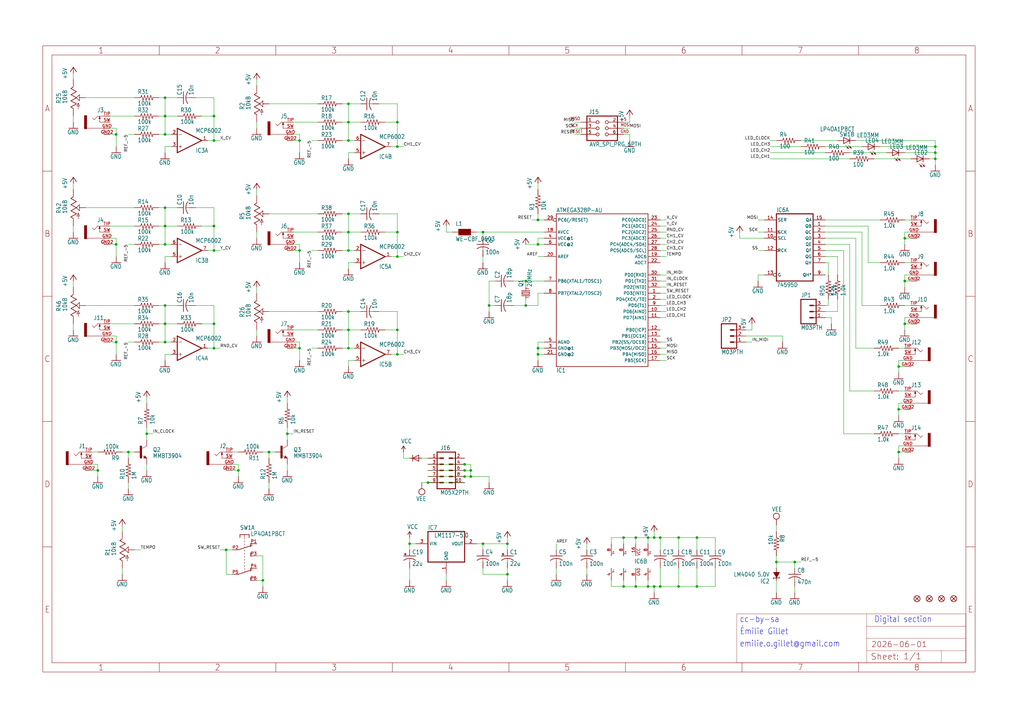
<source format=kicad_sch>
(kicad_sch (version 20231120) (generator "eeschema") (generator_version "8.0")
  (paper "User" 425.45 298.602)
  (lib_symbols
    (symbol "grids4U-eagle-import:+5V" (power)
      (symbol "+5V_1_0"
        (pin power_in line (at 0 -2.54 90) (length 2.54) (name "+5V") (number "1"))
      )
    )
    (symbol "grids4U-eagle-import:-NPN-SOT23-BEC"
      (property "Reference" "T" (at -10.16 7.62 0))
      (symbol "-NPN-SOT23-BEC_1_0"
        (pin passive line (at -2.54 0 0) (length 2.54) (name "B") (number "B"))
        (pin passive line (at 2.54 5.08 270) (length 2.54) (name "C") (number "C"))
        (pin passive line (at 2.54 -5.08 90) (length 2.54) (name "E") (number "E"))
      )
    )
    (symbol "grids4U-eagle-import:74595D"
      (property "Reference" "IC" (at -0.635 -0.635 0))
      (symbol "74595D_1_0"
        (pin tri_state line (at 12.7 7.62 180) (length 5.08) (name "QB") (number "1"))
        (pin input inverted (at -12.7 2.54 0) (length 5.08) (name "SCL") (number "10"))
        (pin input clock (at -12.7 5.08 0) (length 5.08) (name "SCK") (number "11"))
        (pin input clock (at -12.7 -2.54 0) (length 5.08) (name "RCK") (number "12"))
        (pin input inverted (at -12.7 -12.7 0) (length 5.08) (name "G") (number "13"))
        (pin input line (at -12.7 10.16 0) (length 5.08) (name "SER") (number "14"))
        (pin tri_state line (at 12.7 10.16 180) (length 5.08) (name "QA") (number "15"))
        (pin tri_state line (at 12.7 5.08 180) (length 5.08) (name "QC") (number "2"))
        (pin tri_state line (at 12.7 2.54 180) (length 5.08) (name "QD") (number "3"))
        (pin tri_state line (at 12.7 0 180) (length 5.08) (name "QE") (number "4"))
        (pin tri_state line (at 12.7 -2.54 180) (length 5.08) (name "QF") (number "5"))
        (pin tri_state line (at 12.7 -5.08 180) (length 5.08) (name "QG") (number "6"))
        (pin tri_state line (at 12.7 -7.62 180) (length 5.08) (name "QH") (number "7"))
        (pin tri_state line (at 12.7 -12.7 180) (length 5.08) (name "QH*") (number "9"))
      )
      (symbol "74595D_2_0"
        (text "GND" (at 1.905 -5.842 900) (effects (font (size 1.27 1.0795)) (justify left bottom)))
        (text "VCC" (at 1.905 2.54 900) (effects (font (size 1.27 1.0795)) (justify left bottom)))
        (pin power_in line (at 0 7.62 270) (length 5.08) (name "VCC") (number "16"))
        (pin power_in line (at 0 -7.62 90) (length 5.08) (name "GND") (number "8"))
      )
    )
    (symbol "grids4U-eagle-import:A3L-LOC"
      (symbol "A3L-LOC_1_0"
        (text "${#}/${##}" (at 357.505 5.08 0) (effects (font (size 2.54 2.54)) (justify left bottom)))
        (text "${CURRENT_DATE}" (at 344.17 10.16 0) (effects (font (size 2.286 2.286)) (justify left bottom)))
        (text "${PROJECTNAME}" (at 344.17 15.24 0) (effects (font (size 2.54 2.54)) (justify left bottom)))
        (text "1" (at 24.2094 1.905 0) (effects (font (size 2.54 2.286))))
        (text "1" (at 24.2094 258.445 0) (effects (font (size 2.54 2.286))))
        (text "2" (at 72.6281 1.905 0) (effects (font (size 2.54 2.286))))
        (text "2" (at 72.6281 258.445 0) (effects (font (size 2.54 2.286))))
        (text "3" (at 121.0469 1.905 0) (effects (font (size 2.54 2.286))))
        (text "3" (at 121.0469 258.445 0) (effects (font (size 2.54 2.286))))
        (text "4" (at 169.4656 1.905 0) (effects (font (size 2.54 2.286))))
        (text "4" (at 169.4656 258.445 0) (effects (font (size 2.54 2.286))))
        (text "5" (at 217.8844 1.905 0) (effects (font (size 2.54 2.286))))
        (text "5" (at 217.8844 258.445 0) (effects (font (size 2.54 2.286))))
        (text "6" (at 266.3031 1.905 0) (effects (font (size 2.54 2.286))))
        (text "6" (at 266.3031 258.445 0) (effects (font (size 2.54 2.286))))
        (text "7" (at 314.7219 1.905 0) (effects (font (size 2.54 2.286))))
        (text "7" (at 314.7219 258.445 0) (effects (font (size 2.54 2.286))))
        (text "8" (at 363.1406 1.905 0) (effects (font (size 2.54 2.286))))
        (text "8" (at 363.1406 258.445 0) (effects (font (size 2.54 2.286))))
        (text "A" (at 1.905 234.315 0) (effects (font (size 2.54 2.286))))
        (text "A" (at 385.445 234.315 0) (effects (font (size 2.54 2.286))))
        (text "B" (at 1.905 182.245 0) (effects (font (size 2.54 2.286))))
        (text "B" (at 385.445 182.245 0) (effects (font (size 2.54 2.286))))
        (text "C" (at 1.905 130.175 0) (effects (font (size 2.54 2.286))))
        (text "C" (at 385.445 130.175 0) (effects (font (size 2.54 2.286))))
        (text "D" (at 1.905 78.105 0) (effects (font (size 2.54 2.286))))
        (text "D" (at 385.445 78.105 0) (effects (font (size 2.54 2.286))))
        (text "E" (at 1.905 26.035 0) (effects (font (size 2.54 2.286))))
        (text "E" (at 385.445 26.035 0) (effects (font (size 2.54 2.286))))
        (text "Sheet:" (at 343.916 4.953 0) (effects (font (size 2.54 2.54)) (justify left bottom)))
      )
    )
    (symbol "grids4U-eagle-import:ATMEGA168"
      (property "Reference" "U" (at -17.78 -38.1 0))
      (symbol "ATMEGA168_1_0"
        (pin bidirectional line (at 25.4 -5.08 180) (length 5.08) (name "PD3(INT1)") (number "1"))
        (pin bidirectional line (at 25.4 -12.7 180) (length 5.08) (name "PD6(AIN0)") (number "10"))
        (pin bidirectional line (at 25.4 -15.24 180) (length 5.08) (name "PD7(AIN1)") (number "11"))
        (pin bidirectional line (at 25.4 -20.32 180) (length 5.08) (name "PB0(ICP)") (number "12"))
        (pin bidirectional line (at 25.4 -22.86 180) (length 5.08) (name "PB1(OC1A)") (number "13"))
        (pin bidirectional line (at 25.4 -25.4 180) (length 5.08) (name "PB2(SS/OC1B)") (number "14"))
        (pin bidirectional line (at 25.4 -27.94 180) (length 5.08) (name "PB3(MOSI/OC2)") (number "15"))
        (pin bidirectional line (at 25.4 -30.48 180) (length 5.08) (name "PB4(MISO)") (number "16"))
        (pin bidirectional line (at 25.4 -33.02 180) (length 5.08) (name "PB5(SCK)") (number "17"))
        (pin bidirectional line (at -22.86 20.32 0) (length 5.08) (name "AVCC") (number "18"))
        (pin bidirectional line (at 25.4 10.16 180) (length 5.08) (name "ADC6") (number "19"))
        (pin bidirectional line (at 25.4 -7.62 180) (length 5.08) (name "PD4(XCK/T0)") (number "2"))
        (pin bidirectional line (at -22.86 10.16 0) (length 5.08) (name "AREF") (number "20"))
        (pin bidirectional line (at -22.86 -30.48 0) (length 5.08) (name "GND@2") (number "21"))
        (pin bidirectional line (at 25.4 7.62 180) (length 5.08) (name "ADC7") (number "22"))
        (pin bidirectional line (at 25.4 25.4 180) (length 5.08) (name "PC0(ADC0)") (number "23"))
        (pin bidirectional line (at 25.4 22.86 180) (length 5.08) (name "PC1(ADC1)") (number "24"))
        (pin bidirectional line (at 25.4 20.32 180) (length 5.08) (name "PC2(ADC2)") (number "25"))
        (pin bidirectional line (at 25.4 17.78 180) (length 5.08) (name "PC3(ADC3)") (number "26"))
        (pin bidirectional line (at 25.4 15.24 180) (length 5.08) (name "PC4(ADC4/SDA)") (number "27"))
        (pin bidirectional line (at 25.4 12.7 180) (length 5.08) (name "PC5(ADC5/SCL)") (number "28"))
        (pin bidirectional inverted (at -22.86 25.4 0) (length 5.08) (name "PC6(/RESET)") (number "29"))
        (pin bidirectional line (at -22.86 -27.94 0) (length 5.08) (name "GND@1") (number "3"))
        (pin bidirectional line (at 25.4 2.54 180) (length 5.08) (name "PD0(RXD)") (number "30"))
        (pin bidirectional line (at 25.4 0 180) (length 5.08) (name "PD1(TXD)") (number "31"))
        (pin bidirectional line (at 25.4 -2.54 180) (length 5.08) (name "PD2(INT0)") (number "32"))
        (pin bidirectional line (at -22.86 17.78 0) (length 5.08) (name "VCC@1") (number "4"))
        (pin bidirectional line (at -22.86 -25.4 0) (length 5.08) (name "AGND") (number "5"))
        (pin bidirectional line (at -22.86 15.24 0) (length 5.08) (name "VCC@2") (number "6"))
        (pin bidirectional line (at -22.86 0 0) (length 5.08) (name "PB6(XTAL1/TOSC1)") (number "7"))
        (pin bidirectional line (at -22.86 -5.08 0) (length 5.08) (name "PB7(XTAL2/TOSC2)") (number "8"))
        (pin bidirectional line (at 25.4 -10.16 180) (length 5.08) (name "PD5(T1)") (number "9"))
      )
    )
    (symbol "grids4U-eagle-import:AVR_SPI_PRG_6PTH"
      (symbol "AVR_SPI_PRG_6PTH_1_0"
        (text "+5" (at 8.89 3.048 0) (effects (font (size 1.27 1.0795)) (justify left bottom)))
        (text "GND" (at 8.89 -2.032 0) (effects (font (size 1.27 1.0795)) (justify left bottom)))
        (text "MISO" (at -11.938 3.302 0) (effects (font (size 1.27 1.0795)) (justify left bottom)))
        (text "MOSI" (at 8.89 0.635 0) (effects (font (size 1.27 1.0795)) (justify left bottom)))
        (text "RESET" (at -11.938 -2.032 0) (effects (font (size 1.27 1.0795)) (justify left bottom)))
        (text "SCK" (at -11.938 0.508 0) (effects (font (size 1.27 1.0795)) (justify left bottom)))
        (pin passive inverted (at -7.62 2.54 0) (length 7.62) (name "1") (number "1"))
        (pin passive inverted (at 10.16 2.54 180) (length 7.62) (name "2") (number "2"))
        (pin passive inverted (at -7.62 0 0) (length 7.62) (name "3") (number "3"))
        (pin passive inverted (at 10.16 0 180) (length 7.62) (name "4") (number "4"))
        (pin passive inverted (at -7.62 -2.54 0) (length 7.62) (name "5") (number "5"))
        (pin passive inverted (at 10.16 -2.54 180) (length 7.62) (name "6") (number "6"))
      )
    )
    (symbol "grids4U-eagle-import:C-USC0603"
      (property "Reference" "C" (at 1.016 0.635 0))
      (symbol "C-USC0603_1_0"
        (pin passive line (at 0 2.54 270) (length 2.54) (name "1") (number "1"))
        (pin passive line (at 0 -5.08 90) (length 2.54) (name "2") (number "2"))
      )
    )
    (symbol "grids4U-eagle-import:CPOL-USC"
      (property "Reference" "C" (at 1.016 0.635 0))
      (symbol "CPOL-USC_1_0"
        (pin passive line (at 0 2.54 270) (length 2.54) (name "+") (number "+"))
        (pin passive line (at 0 -5.08 90) (length 2.54) (name "-") (number "-"))
      )
    )
    (symbol "grids4U-eagle-import:CRYSTALHC49UP"
      (property "Reference" "Q" (at 2.54 1.016 0))
      (symbol "CRYSTALHC49UP_1_0"
        (text "1" (at -2.159 -1.143 0) (effects (font (size 0.8636 0.734)) (justify left bottom)))
        (text "2" (at 1.524 -1.143 0) (effects (font (size 0.8636 0.734)) (justify left bottom)))
        (pin passive line (at -2.54 0 0) (length 0) (name "1") (number "1"))
        (pin passive line (at 2.54 0 180) (length 0) (name "2") (number "2"))
      )
    )
    (symbol "grids4U-eagle-import:DIODE-SOD123"
      (property "Reference" "D" (at 2.54 0.4826 0))
      (symbol "DIODE-SOD123_1_0"
        (pin passive line (at -2.54 0 0) (length 2.54) (name "A") (number "A"))
        (pin passive line (at 2.54 0 180) (length 2.54) (name "C") (number "C"))
      )
    )
    (symbol "grids4U-eagle-import:FIDUCIAL1X2")
    (symbol "grids4U-eagle-import:GND" (power)
      (symbol "GND_1_0"
        (pin power_in line (at 0 2.54 270) (length 2.54) (name "GND") (number "1"))
      )
    )
    (symbol "grids4U-eagle-import:LED3MM"
      (property "Reference" "LED" (at 3.556 -4.572 90))
      (symbol "LED3MM_1_0"
        (pin passive line (at 0 2.54 270) (length 2.54) (name "A") (number "A"))
        (pin passive line (at 0 -5.08 90) (length 2.54) (name "C") (number "K"))
      )
    )
    (symbol "grids4U-eagle-import:LM4041DBZ"
      (property "Reference" "IC" (at 2.794 1.905 0))
      (symbol "LM4041DBZ_1_0"
        (pin passive line (at 0 2.54 270) (length 2.54) (name "C") (number "1"))
        (pin passive line (at 0 -2.54 90) (length 2.54) (name "A") (number "2"))
      )
    )
    (symbol "grids4U-eagle-import:LP4OA1PBCT"
      (property "Reference" "SW" (at 3.556 -2.032 90))
      (symbol "LP4OA1PBCT_1_0"
        (pin passive line (at -2.54 5.08 270) (length 2.54) (name "A1") (number "P1"))
        (pin passive line (at 0 -5.08 90) (length 2.54) (name "A2") (number "P2"))
        (pin passive line (at 2.54 5.08 270) (length 2.54) (name "A3") (number "P3"))
        (pin passive line (at 7.62 5.08 270) (length 2.54) (name "B1") (number "P4"))
        (pin passive line (at 10.16 -5.08 90) (length 2.54) (name "B2") (number "P5"))
        (pin passive line (at 12.7 5.08 270) (length 2.54) (name "B3") (number "P6"))
      )
      (symbol "LP4OA1PBCT_2_0"
        (pin passive line (at 0 5.08 270) (length 2.54) (name "L1") (number "L1"))
        (pin passive line (at 0 -2.54 90) (length 2.54) (name "L2") (number "L2"))
      )
    )
    (symbol "grids4U-eagle-import:M03PTH"
      (property "Reference" "JP" (at -2.54 5.842 0))
      (symbol "M03PTH_1_0"
        (pin passive line (at 7.62 -2.54 180) (length 5.08) (name "1") (number "1"))
        (pin passive line (at 7.62 0 180) (length 5.08) (name "2") (number "2"))
        (pin passive line (at 7.62 2.54 180) (length 5.08) (name "3") (number "3"))
      )
    )
    (symbol "grids4U-eagle-import:M05X2PTH"
      (property "Reference" "JP" (at -2.54 8.382 0))
      (symbol "M05X2PTH_1_0"
        (pin passive line (at -7.62 5.08 0) (length 5.08) (name "1") (number "1"))
        (pin passive line (at 7.62 -5.08 180) (length 5.08) (name "10") (number "10"))
        (pin passive line (at 7.62 5.08 180) (length 5.08) (name "2") (number "2"))
        (pin passive line (at -7.62 2.54 0) (length 5.08) (name "3") (number "3"))
        (pin passive line (at 7.62 2.54 180) (length 5.08) (name "4") (number "4"))
        (pin passive line (at -7.62 0 0) (length 5.08) (name "5") (number "5"))
        (pin passive line (at 7.62 0 180) (length 5.08) (name "6") (number "6"))
        (pin passive line (at -7.62 -2.54 0) (length 5.08) (name "7") (number "7"))
        (pin passive line (at 7.62 -2.54 180) (length 5.08) (name "8") (number "8"))
        (pin passive line (at -7.62 -5.08 0) (length 5.08) (name "9") (number "9"))
      )
    )
    (symbol "grids4U-eagle-import:PJ301WQP"
      (property "Reference" "J" (at -2.54 4.064 0))
      (symbol "PJ301WQP_1_0"
        (pin passive line (at -5.08 -2.54 0) (length 2.54) (name "1") (number "GND"))
        (pin passive line (at -5.08 -5.08 0) (length 2.54) (name "4") (number "GND2"))
        (pin passive line (at -5.08 0 0) (length 2.54) (name "3") (number "SW"))
        (pin passive line (at -5.08 2.54 0) (length 2.54) (name "2") (number "TIP"))
      )
    )
    (symbol "grids4U-eagle-import:POT_USVERTICAL_PS"
      (property "Reference" "R" (at -5.08 -2.54 90))
      (symbol "POT_USVERTICAL_PS_1_0"
        (pin passive line (at 0 7.62 270) (length 2.54) (name "E") (number "P$1"))
        (pin passive line (at 5.08 0 180) (length 2.54) (name "S") (number "P$2"))
        (pin passive line (at 0 -7.62 90) (length 2.54) (name "A") (number "P$3"))
      )
    )
    (symbol "grids4U-eagle-import:POT_USVERTICAL_PS4"
      (property "Reference" "R" (at -5.08 -2.54 90))
      (symbol "POT_USVERTICAL_PS4_1_0"
        (pin passive line (at 0 7.62 270) (length 2.54) (name "E") (number "P$1"))
        (pin passive line (at 5.08 0 180) (length 2.54) (name "S") (number "P$2"))
        (pin passive line (at 0 -7.62 90) (length 2.54) (name "A") (number "P$3"))
      )
    )
    (symbol "grids4U-eagle-import:R-US_R0603"
      (property "Reference" "R" (at -3.81 1.4986 0))
      (symbol "R-US_R0603_1_0"
        (pin passive line (at -5.08 0 0) (length 2.54) (name "1") (number "1"))
        (pin passive line (at 5.08 0 180) (length 2.54) (name "2") (number "2"))
      )
    )
    (symbol "grids4U-eagle-import:REG1117"
      (property "Reference" "IC" (at -7.62 5.715 0))
      (symbol "REG1117_1_0"
        (pin power_in line (at 0 -12.7 90) (length 5.08) (name "GND") (number "1"))
        (pin output line (at 12.7 0 180) (length 5.08) (name "VOUT") (number "2"))
        (pin input line (at -12.7 0 0) (length 5.08) (name "VIN") (number "3"))
      )
    )
    (symbol "grids4U-eagle-import:TL072D"
      (symbol "TL072D_1_0"
        (pin output line (at 7.62 0 180) (length 2.54) (name "OUT") (number "1"))
        (pin input line (at -7.62 -2.54 0) (length 2.54) (name "-IN") (number "2"))
        (pin input line (at -7.62 2.54 0) (length 2.54) (name "+IN") (number "3"))
      )
      (symbol "TL072D_2_0"
        (pin input line (at -7.62 2.54 0) (length 2.54) (name "+IN") (number "5"))
        (pin input line (at -7.62 -2.54 0) (length 2.54) (name "-IN") (number "6"))
        (pin output line (at 7.62 0 180) (length 2.54) (name "OUT") (number "7"))
      )
      (symbol "TL072D_3_0"
        (text "V+" (at 1.27 3.175 900) (effects (font (size 0.8128 0.6908)) (justify left bottom)))
        (text "V-" (at 1.27 -4.445 900) (effects (font (size 0.8128 0.6908)) (justify left bottom)))
        (pin power_in line (at 0 -7.62 90) (length 5.08) (name "V-") (number "4"))
        (pin power_in line (at 0 7.62 270) (length 5.08) (name "V+") (number "8"))
      )
    )
    (symbol "grids4U-eagle-import:VCC" (power)
      (symbol "VCC_1_0"
        (pin power_in line (at 0 0 90) (length 2.54) (name "VCC") (number "1"))
      )
    )
    (symbol "grids4U-eagle-import:VEE" (power)
      (symbol "VEE_1_0"
        (pin power_in line (at 0 -2.54 90) (length 2.54) (name "VEE") (number "1"))
      )
    )
    (symbol "grids4U-eagle-import:WE-CBF_0603"
      (property "Reference" "L" (at -3.81 5.08 0))
      (symbol "WE-CBF_0603_1_0"
        (pin passive line (at -5.08 2.54 0) (length 2.54) (name "1") (number "1"))
        (pin passive line (at 5.08 2.54 180) (length 2.54) (name "2") (number "2"))
      )
    )
    (symbol "grids4U-eagle-import:resistor_R-US_R0603"
      (property "Reference" "R" (at -3.81 1.4986 0))
      (symbol "resistor_R-US_R0603_1_0"
        (pin passive line (at -5.08 0 0) (length 2.54) (name "1") (number "1"))
        (pin passive line (at 5.08 0 180) (length 2.54) (name "2") (number "2"))
      )
    )
  )
  (junction (at 165.1 96.52))
  (junction (at 48.26 142.24))
  (junction (at 88.9 134.62))
  (junction (at 144.78 96.52))
  (junction (at 259.08 223.52))
  (junction (at 388.62 63.5))
  (junction (at 68.58 101.6))
  (junction (at 200.66 226.06))
  (junction (at 40.64 195.58))
  (junction (at 165.1 106.68))
  (junction (at 144.78 104.14))
  (junction (at 144.78 58.42))
  (junction (at 68.58 40.64))
  (junction (at 200.66 96.52))
  (junction (at 68.58 142.24))
  (junction (at 271.78 243.84))
  (junction (at 124.46 58.42))
  (junction (at 322.58 233.68))
  (junction (at 210.82 226.06))
  (junction (at 271.78 223.52))
  (junction (at 144.78 43.18))
  (junction (at 223.52 91.44))
  (junction (at 218.44 127))
  (junction (at 88.9 144.78))
  (junction (at 68.58 86.36))
  (junction (at 144.78 129.54))
  (junction (at 193.04 193.04))
  (junction (at 68.58 93.98))
  (junction (at 388.62 66.04))
  (junction (at 88.9 93.98))
  (junction (at 68.58 134.62))
  (junction (at 289.56 243.84))
  (junction (at 289.56 223.52))
  (junction (at 53.34 187.96))
  (junction (at 195.58 195.58))
  (junction (at 223.52 144.78))
  (junction (at 223.52 101.6))
  (junction (at 264.16 243.84))
  (junction (at 388.62 60.96))
  (junction (at 264.16 223.52))
  (junction (at 165.1 137.16))
  (junction (at 193.04 195.58))
  (junction (at 144.78 137.16))
  (junction (at 373.38 187.96))
  (junction (at 88.9 104.14))
  (junction (at 88.9 58.42))
  (junction (at 375.92 116.84))
  (junction (at 68.58 127))
  (junction (at 144.78 88.9))
  (junction (at 195.58 198.12))
  (junction (at 375.92 99.06))
  (junction (at 218.44 116.84))
  (junction (at 88.9 48.26))
  (junction (at 203.2 127))
  (junction (at 48.26 55.88))
  (junction (at 60.96 180.34))
  (junction (at 165.1 60.96))
  (junction (at 170.18 226.06))
  (junction (at 109.22 241.3))
  (junction (at 165.1 50.8))
  (junction (at 144.78 144.78))
  (junction (at 259.08 243.84))
  (junction (at 68.58 55.88))
  (junction (at 99.06 195.58))
  (junction (at 269.24 223.52))
  (junction (at 274.32 243.84))
  (junction (at 373.38 170.18))
  (junction (at 210.82 238.76))
  (junction (at 330.2 233.68))
  (junction (at 269.24 243.84))
  (junction (at 93.98 228.6))
  (junction (at 124.46 104.14))
  (junction (at 375.92 134.62))
  (junction (at 124.46 144.78))
  (junction (at 144.78 50.8))
  (junction (at 281.94 223.52))
  (junction (at 274.32 223.52))
  (junction (at 68.58 48.26))
  (junction (at 111.76 187.96))
  (junction (at 177.8 200.66))
  (junction (at 373.38 152.4))
  (junction (at 193.04 198.12))
  (junction (at 165.1 147.32))
  (junction (at 48.26 101.6))
  (junction (at 223.52 147.32))
  (junction (at 119.38 180.34))
  (junction (at 281.94 243.84))
  (wire (pts (xy 388.62 66.04) (xy 388.62 68.58)) (stroke (width 0.1524)))
  (wire (pts (xy 144.78 58.42) (xy 147.32 58.42)) (stroke (width 0.1524)))
  (wire (pts (xy 353.06 101.6) (xy 353.06 162.56)) (stroke (width 0.1524)))
  (wire (pts (xy 88.9 58.42) (xy 91.44 58.42)) (stroke (width 0.1524)))
  (wire (pts (xy 274.32 243.84) (xy 281.94 243.84)) (stroke (width 0.1524)))
  (wire (pts (xy 271.78 223.52) (xy 274.32 223.52)) (stroke (width 0.1524)))
  (wire (pts (xy 157.48 43.18) (xy 165.1 43.18)) (stroke (width 0.1524)))
  (wire (pts (xy 264.16 241.3) (xy 264.16 243.84)) (stroke (width 0.1524)))
  (wire (pts (xy 88.9 144.78) (xy 91.44 144.78)) (stroke (width 0.1524)))
  (wire (pts (xy 309.88 142.24) (xy 312.42 142.24)) (stroke (width 0.1524)))
  (wire (pts (xy 274.32 104.14) (xy 276.86 104.14)) (stroke (width 0.1524)))
  (wire (pts (xy 274.32 132.08) (xy 276.86 132.08)) (stroke (width 0.1524)))
  (wire (pts (xy 344.17 109.22) (xy 342.9 109.22)) (stroke (width 0.1524)))
  (wire (pts (xy 261.62 50.8) (xy 261.62 48.26)) (stroke (width 0.1524)))
  (wire (pts (xy 106.68 81.28) (xy 106.68 78.74)) (stroke (width 0.1524)))
  (wire (pts (xy 109.22 241.3) (xy 109.22 243.84)) (stroke (width 0.1524)))
  (wire (pts (xy 373.38 187.96) (xy 373.38 190.5)) (stroke (width 0.1524)))
  (wire (pts (xy 66.04 86.36) (xy 68.58 86.36)) (stroke (width 0.1524)))
  (wire (pts (xy 203.2 127) (xy 203.2 116.84)) (stroke (width 0.1524)))
  (wire (pts (xy 96.52 193.04) (xy 99.06 193.04)) (stroke (width 0.1524)))
  (wire (pts (xy 88.9 58.42) (xy 86.36 58.42)) (stroke (width 0.1524)))
  (wire (pts (xy 309.88 139.7) (xy 325.12 139.7)) (stroke (width 0.1524)))
  (wire (pts (xy 269.24 243.84) (xy 264.16 243.84)) (stroke (width 0.1524)))
  (wire (pts (xy 241.3 55.88) (xy 238.76 55.88)) (stroke (width 0.1524)))
  (wire (pts (xy 365.76 60.96) (xy 388.62 60.96)) (stroke (width 0.1524)))
  (wire (pts (xy 170.18 236.22) (xy 170.18 241.3)) (stroke (width 0.1524)))
  (wire (pts (xy 48.26 142.24) (xy 48.26 147.32)) (stroke (width 0.1524)))
  (wire (pts (xy 68.58 60.96) (xy 68.58 63.5)) (stroke (width 0.1524)))
  (wire (pts (xy 259.08 55.88) (xy 261.62 55.88)) (stroke (width 0.1524)))
  (wire (pts (xy 38.1 193.04) (xy 40.64 193.04)) (stroke (width 0.1524)))
  (wire (pts (xy 375.92 170.18) (xy 373.38 170.18)) (stroke (width 0.1524)))
  (wire (pts (xy 45.72 55.88) (xy 48.26 55.88)) (stroke (width 0.1524)))
  (wire (pts (xy 373.38 152.4) (xy 373.38 154.94)) (stroke (width 0.1524)))
  (wire (pts (xy 231.14 228.6) (xy 231.14 226.06)) (stroke (width 0.1524)))
  (wire (pts (xy 307.34 99.06) (xy 307.34 96.52)) (stroke (width 0.1524)))
  (wire (pts (xy 88.9 127) (xy 88.9 134.62)) (stroke (width 0.1524)))
  (wire (pts (xy 177.8 198.12) (xy 193.04 198.12)) (stroke (width 0.1524)))
  (wire (pts (xy 289.56 223.52) (xy 297.18 223.52)) (stroke (width 0.1524)))
  (wire (pts (xy 330.2 233.68) (xy 332.74 233.68)) (stroke (width 0.1524)))
  (wire (pts (xy 144.78 43.18) (xy 144.78 50.8)) (stroke (width 0.1524)))
  (wire (pts (xy 210.82 226.06) (xy 210.82 223.52)) (stroke (width 0.1524)))
  (wire (pts (xy 66.04 101.6) (xy 68.58 101.6)) (stroke (width 0.1524)))
  (wire (pts (xy 121.92 101.6) (xy 124.46 101.6)) (stroke (width 0.1524)))
  (wire (pts (xy 344.17 114.3) (xy 344.17 109.22)) (stroke (width 0.1524)))
  (wire (pts (xy 259.08 241.3) (xy 259.08 243.84)) (stroke (width 0.1524)))
  (wire (pts (xy 213.36 116.84) (xy 218.44 116.84)) (stroke (width 0.1524)))
  (wire (pts (xy 177.8 200.66) (xy 193.04 200.66)) (stroke (width 0.1524)))
  (wire (pts (xy 88.9 144.78) (xy 86.36 144.78)) (stroke (width 0.1524)))
  (wire (pts (xy 274.32 142.24) (xy 276.86 142.24)) (stroke (width 0.1524)))
  (wire (pts (xy 99.06 195.58) (xy 99.06 198.12)) (stroke (width 0.1524)))
  (wire (pts (xy 165.1 106.68) (xy 167.64 106.68)) (stroke (width 0.1524)))
  (wire (pts (xy 314.96 114.3) (xy 314.96 116.84)) (stroke (width 0.1524)))
  (wire (pts (xy 274.32 243.84) (xy 271.78 243.84)) (stroke (width 0.1524)))
  (wire (pts (xy 48.26 139.7) (xy 48.26 142.24)) (stroke (width 0.1524)))
  (wire (pts (xy 66.04 55.88) (xy 68.58 55.88)) (stroke (width 0.1524)))
  (wire (pts (xy 167.64 187.96) (xy 167.64 190.5)) (stroke (width 0.1524)))
  (wire (pts (xy 106.68 121.92) (xy 106.68 119.38)) (stroke (width 0.1524)))
  (wire (pts (xy 119.38 193.04) (xy 119.38 195.58)) (stroke (width 0.1524)))
  (wire (pts (xy 144.78 88.9) (xy 144.78 96.52)) (stroke (width 0.1524)))
  (wire (pts (xy 317.5 104.14) (xy 314.96 104.14)) (stroke (width 0.1524)))
  (wire (pts (xy 375.92 114.3) (xy 375.92 116.84)) (stroke (width 0.1524)))
  (wire (pts (xy 55.88 228.6) (xy 58.42 228.6)) (stroke (width 0.1524)))
  (wire (pts (xy 373.38 187.96) (xy 375.92 187.96)) (stroke (width 0.1524)))
  (wire (pts (xy 60.96 165.1) (xy 60.96 167.64)) (stroke (width 0.1524)))
  (wire (pts (xy 157.48 129.54) (xy 165.1 129.54)) (stroke (width 0.1524)))
  (wire (pts (xy 111.76 200.66) (xy 111.76 203.2)) (stroke (width 0.1524)))
  (wire (pts (xy 149.86 96.52) (xy 144.78 96.52)) (stroke (width 0.1524)))
  (wire (pts (xy 223.52 127) (xy 223.52 121.92)) (stroke (width 0.1524)))
  (wire (pts (xy 223.52 91.44) (xy 223.52 88.9)) (stroke (width 0.1524)))
  (wire (pts (xy 322.58 233.68) (xy 322.58 231.14)) (stroke (width 0.1524)))
  (wire (pts (xy 271.78 220.98) (xy 271.78 223.52)) (stroke (width 0.1524)))
  (wire (pts (xy 177.8 190.5) (xy 175.26 190.5)) (stroke (width 0.1524)))
  (wire (pts (xy 274.32 147.32) (xy 276.86 147.32)) (stroke (width 0.1524)))
  (wire (pts (xy 142.24 144.78) (xy 144.78 144.78)) (stroke (width 0.1524)))
  (wire (pts (xy 121.92 50.8) (xy 132.08 50.8)) (stroke (width 0.1524)))
  (wire (pts (xy 375.92 99.06) (xy 375.92 101.6)) (stroke (width 0.1524)))
  (wire (pts (xy 66.04 40.64) (xy 68.58 40.64)) (stroke (width 0.1524)))
  (wire (pts (xy 81.28 86.36) (xy 88.9 86.36)) (stroke (width 0.1524)))
  (wire (pts (xy 200.66 238.76) (xy 210.82 238.76)) (stroke (width 0.1524)))
  (wire (pts (xy 325.12 139.7) (xy 325.12 142.24)) (stroke (width 0.1524)))
  (wire (pts (xy 165.1 60.96) (xy 167.64 60.96)) (stroke (width 0.1524)))
  (wire (pts (xy 147.32 109.22) (xy 144.78 109.22)) (stroke (width 0.1524)))
  (wire (pts (xy 375.92 109.22) (xy 378.46 109.22)) (stroke (width 0.1524)))
  (wire (pts (xy 124.46 101.6) (xy 124.46 104.14)) (stroke (width 0.1524)))
  (wire (pts (xy 342.9 96.52) (xy 358.14 96.52)) (stroke (width 0.1524)))
  (wire (pts (xy 142.24 96.52) (xy 144.78 96.52)) (stroke (width 0.1524)))
  (wire (pts (xy 73.66 93.98) (xy 68.58 93.98)) (stroke (width 0.1524)))
  (wire (pts (xy 375.92 134.62) (xy 375.92 137.16)) (stroke (width 0.1524)))
  (wire (pts (xy 35.56 86.36) (xy 55.88 86.36)) (stroke (width 0.1524)))
  (wire (pts (xy 210.82 228.6) (xy 210.82 226.06)) (stroke (width 0.1524)))
  (wire (pts (xy 223.52 76.2) (xy 223.52 78.74)) (stroke (width 0.1524)))
  (wire (pts (xy 53.34 200.66) (xy 53.34 203.2)) (stroke (width 0.1524)))
  (wire (pts (xy 119.38 180.34) (xy 121.92 180.34)) (stroke (width 0.1524)))
  (wire (pts (xy 274.32 99.06) (xy 276.86 99.06)) (stroke (width 0.1524)))
  (wire (pts (xy 35.56 127) (xy 55.88 127)) (stroke (width 0.1524)))
  (wire (pts (xy 342.9 132.08) (xy 345.44 132.08)) (stroke (width 0.1524)))
  (wire (pts (xy 149.86 50.8) (xy 144.78 50.8)) (stroke (width 0.1524)))
  (wire (pts (xy 281.94 243.84) (xy 289.56 243.84)) (stroke (width 0.1524)))
  (wire (pts (xy 144.78 149.86) (xy 144.78 152.4)) (stroke (width 0.1524)))
  (wire (pts (xy 132.08 58.42) (xy 129.54 58.42)) (stroke (width 0.1524)))
  (wire (pts (xy 355.6 58.42) (xy 388.62 58.42)) (stroke (width 0.1524)))
  (wire (pts (xy 165.1 96.52) (xy 165.1 106.68)) (stroke (width 0.1524)))
  (wire (pts (xy 223.52 99.06) (xy 223.52 101.6)) (stroke (width 0.1524)))
  (wire (pts (xy 210.82 236.22) (xy 210.82 238.76)) (stroke (width 0.1524)))
  (wire (pts (xy 213.36 127) (xy 218.44 127)) (stroke (width 0.1524)))
  (wire (pts (xy 259.08 243.84) (xy 254 243.84)) (stroke (width 0.1524)))
  (wire (pts (xy 66.04 127) (xy 68.58 127)) (stroke (width 0.1524)))
  (wire (pts (xy 386.08 66.04) (xy 388.62 66.04)) (stroke (width 0.1524)))
  (wire (pts (xy 38.1 195.58) (xy 40.64 195.58)) (stroke (width 0.1524)))
  (wire (pts (xy 322.58 233.68) (xy 330.2 233.68)) (stroke (width 0.1524)))
  (wire (pts (xy 35.56 40.64) (xy 55.88 40.64)) (stroke (width 0.1524)))
  (wire (pts (xy 200.66 106.68) (xy 200.66 109.22)) (stroke (width 0.1524)))
  (wire (pts (xy 83.82 93.98) (xy 88.9 93.98)) (stroke (width 0.1524)))
  (wire (pts (xy 30.48 33.02) (xy 30.48 30.48)) (stroke (width 0.1524)))
  (wire (pts (xy 198.12 96.52) (xy 200.66 96.52)) (stroke (width 0.1524)))
  (wire (pts (xy 344.17 127) (xy 344.17 124.46)) (stroke (width 0.1524)))
  (wire (pts (xy 124.46 58.42) (xy 124.46 63.5)) (stroke (width 0.1524)))
  (wire (pts (xy 106.68 53.34) (xy 106.68 50.8)) (stroke (width 0.1524)))
  (wire (pts (xy 119.38 182.88) (xy 119.38 180.34)) (stroke (width 0.1524)))
  (wire (pts (xy 66.04 134.62) (xy 68.58 134.62)) (stroke (width 0.1524)))
  (wire (pts (xy 297.18 243.84) (xy 297.18 236.22)) (stroke (width 0.1524)))
  (wire (pts (xy 144.78 137.16) (xy 144.78 144.78)) (stroke (width 0.1524)))
  (wire (pts (xy 195.58 198.12) (xy 203.2 198.12)) (stroke (width 0.1524)))
  (wire (pts (xy 66.04 93.98) (xy 68.58 93.98)) (stroke (width 0.1524)))
  (wire (pts (xy 345.44 132.08) (xy 345.44 134.62)) (stroke (width 0.1524)))
  (wire (pts (xy 81.28 127) (xy 88.9 127)) (stroke (width 0.1524)))
  (wire (pts (xy 48.26 53.34) (xy 48.26 55.88)) (stroke (width 0.1524)))
  (wire (pts (xy 378.46 114.3) (xy 375.92 114.3)) (stroke (width 0.1524)))
  (wire (pts (xy 353.06 63.5) (xy 368.3 63.5)) (stroke (width 0.1524)))
  (wire (pts (xy 50.8 236.22) (xy 50.8 238.76)) (stroke (width 0.1524)))
  (wire (pts (xy 88.9 40.64) (xy 88.9 48.26)) (stroke (width 0.1524)))
  (wire (pts (xy 373.38 144.78) (xy 375.92 144.78)) (stroke (width 0.1524)))
  (wire (pts (xy 269.24 241.3) (xy 269.24 243.84)) (stroke (width 0.1524)))
  (wire (pts (xy 83.82 48.26) (xy 88.9 48.26)) (stroke (width 0.1524)))
  (wire (pts (xy 55.88 142.24) (xy 53.34 142.24)) (stroke (width 0.1524)))
  (wire (pts (xy 320.04 58.42) (xy 322.58 58.42)) (stroke (width 0.1524)))
  (wire (pts (xy 165.1 129.54) (xy 165.1 137.16)) (stroke (width 0.1524)))
  (wire (pts (xy 218.44 116.84) (xy 218.44 119.38)) (stroke (width 0.1524)))
  (wire (pts (xy 68.58 142.24) (xy 71.12 142.24)) (stroke (width 0.1524)))
  (wire (pts (xy 264.16 223.52) (xy 269.24 223.52)) (stroke (width 0.1524)))
  (wire (pts (xy 165.1 43.18) (xy 165.1 50.8)) (stroke (width 0.1524)))
  (wire (pts (xy 50.8 187.96) (xy 53.34 187.96)) (stroke (width 0.1524)))
  (wire (pts (xy 218.44 116.84) (xy 226.06 116.84)) (stroke (width 0.1524)))
  (wire (pts (xy 274.32 106.68) (xy 276.86 106.68)) (stroke (width 0.1524)))
  (wire (pts (xy 48.26 99.06) (xy 48.26 101.6)) (stroke (width 0.1524)))
  (wire (pts (xy 68.58 93.98) (xy 68.58 101.6)) (stroke (width 0.1524)))
  (wire (pts (xy 68.58 40.64) (xy 68.58 48.26)) (stroke (width 0.1524)))
  (wire (pts (xy 55.88 101.6) (xy 53.34 101.6)) (stroke (width 0.1524)))
  (wire (pts (xy 289.56 243.84) (xy 289.56 236.22)) (stroke (width 0.1524)))
  (wire (pts (xy 332.74 58.42) (xy 347.98 58.42)) (stroke (width 0.1524)))
  (wire (pts (xy 165.1 88.9) (xy 165.1 96.52)) (stroke (width 0.1524)))
  (wire (pts (xy 144.78 144.78) (xy 147.32 144.78)) (stroke (width 0.1524)))
  (wire (pts (xy 144.78 129.54) (xy 144.78 137.16)) (stroke (width 0.1524)))
  (wire (pts (xy 96.52 187.96) (xy 99.06 187.96)) (stroke (width 0.1524)))
  (wire (pts (xy 144.78 50.8) (xy 144.78 58.42)) (stroke (width 0.1524)))
  (wire (pts (xy 165.1 106.68) (xy 162.56 106.68)) (stroke (width 0.1524)))
  (wire (pts (xy 226.06 147.32) (xy 223.52 147.32)) (stroke (width 0.1524)))
  (wire (pts (xy 30.48 96.52) (xy 30.48 93.98)) (stroke (width 0.1524)))
  (wire (pts (xy 175.26 200.66) (xy 177.8 200.66)) (stroke (width 0.1524)))
  (wire (pts (xy 226.06 106.68) (xy 223.52 106.68)) (stroke (width 0.1524)))
  (wire (pts (xy 48.26 55.88) (xy 48.26 60.96)) (stroke (width 0.1524)))
  (wire (pts (xy 259.08 223.52) (xy 264.16 223.52)) (stroke (width 0.1524)))
  (wire (pts (xy 388.62 63.5) (xy 388.62 66.04)) (stroke (width 0.1524)))
  (wire (pts (xy 200.66 236.22) (xy 200.66 238.76)) (stroke (width 0.1524)))
  (wire (pts (xy 274.32 223.52) (xy 274.32 228.6)) (stroke (width 0.1524)))
  (wire (pts (xy 198.12 226.06) (xy 200.66 226.06)) (stroke (width 0.1524)))
  (wire (pts (xy 132.08 104.14) (xy 129.54 104.14)) (stroke (width 0.1524)))
  (wire (pts (xy 68.58 134.62) (xy 68.58 142.24)) (stroke (width 0.1524)))
  (wire (pts (xy 144.78 109.22) (xy 144.78 111.76)) (stroke (width 0.1524)))
  (wire (pts (xy 66.04 142.24) (xy 68.58 142.24)) (stroke (width 0.1524)))
  (wire (pts (xy 71.12 60.96) (xy 68.58 60.96)) (stroke (width 0.1524)))
  (wire (pts (xy 88.9 104.14) (xy 86.36 104.14)) (stroke (width 0.1524)))
  (wire (pts (xy 142.24 137.16) (xy 144.78 137.16)) (stroke (width 0.1524)))
  (wire (pts (xy 45.72 142.24) (xy 48.26 142.24)) (stroke (width 0.1524)))
  (wire (pts (xy 269.24 243.84) (xy 271.78 243.84)) (stroke (width 0.1524)))
  (wire (pts (xy 142.24 58.42) (xy 144.78 58.42)) (stroke (width 0.1524)))
  (wire (pts (xy 274.32 144.78) (xy 276.86 144.78)) (stroke (width 0.1524)))
  (wire (pts (xy 142.24 129.54) (xy 144.78 129.54)) (stroke (width 0.1524)))
  (wire (pts (xy 203.2 127) (xy 203.2 129.54)) (stroke (width 0.1524)))
  (wire (pts (xy 223.52 91.44) (xy 220.98 91.44)) (stroke (width 0.1524)))
  (wire (pts (xy 132.08 144.78) (xy 129.54 144.78)) (stroke (width 0.1524)))
  (wire (pts (xy 124.46 144.78) (xy 124.46 149.86)) (stroke (width 0.1524)))
  (wire (pts (xy 373.38 185.42) (xy 373.38 187.96)) (stroke (width 0.1524)))
  (wire (pts (xy 111.76 88.9) (xy 132.08 88.9)) (stroke (width 0.1524)))
  (wire (pts (xy 243.84 236.22) (xy 243.84 238.76)) (stroke (width 0.1524)))
  (wire (pts (xy 157.48 88.9) (xy 165.1 88.9)) (stroke (width 0.1524)))
  (wire (pts (xy 165.1 60.96) (xy 162.56 60.96)) (stroke (width 0.1524)))
  (wire (pts (xy 223.52 144.78) (xy 223.52 147.32)) (stroke (width 0.1524)))
  (wire (pts (xy 274.32 116.84) (xy 276.86 116.84)) (stroke (width 0.1524)))
  (wire (pts (xy 45.72 53.34) (xy 48.26 53.34)) (stroke (width 0.1524)))
  (wire (pts (xy 144.78 96.52) (xy 144.78 104.14)) (stroke (width 0.1524)))
  (wire (pts (xy 177.8 195.58) (xy 193.04 195.58)) (stroke (width 0.1524)))
  (wire (pts (xy 378.46 132.08) (xy 375.92 132.08)) (stroke (width 0.1524)))
  (wire (pts (xy 73.66 86.36) (xy 68.58 86.36)) (stroke (width 0.1524)))
  (wire (pts (xy 193.04 198.12) (xy 195.58 198.12)) (stroke (width 0.1524)))
  (wire (pts (xy 269.24 223.52) (xy 269.24 226.06)) (stroke (width 0.1524)))
  (wire (pts (xy 160.02 50.8) (xy 165.1 50.8)) (stroke (width 0.1524)))
  (wire (pts (xy 375.92 91.44) (xy 378.46 91.44)) (stroke (width 0.1524)))
  (wire (pts (xy 289.56 228.6) (xy 289.56 223.52)) (stroke (width 0.1524)))
  (wire (pts (xy 53.34 187.96) (xy 55.88 187.96)) (stroke (width 0.1524)))
  (wire (pts (xy 243.84 228.6) (xy 243.84 226.06)) (stroke (width 0.1524)))
  (wire (pts (xy 322.58 220.98) (xy 322.58 218.44)) (stroke (width 0.1524)))
  (wire (pts (xy 363.22 66.04) (xy 378.46 66.04)) (stroke (width 0.1524)))
  (wire (pts (xy 373.38 167.64) (xy 373.38 170.18)) (stroke (width 0.1524)))
  (wire (pts (xy 200.66 228.6) (xy 200.66 226.06)) (stroke (width 0.1524)))
  (wire (pts (xy 193.04 195.58) (xy 195.58 195.58)) (stroke (width 0.1524)))
  (wire (pts (xy 45.72 134.62) (xy 55.88 134.62)) (stroke (width 0.1524)))
  (wire (pts (xy 281.94 223.52) (xy 289.56 223.52)) (stroke (width 0.1524)))
  (wire (pts (xy 121.92 144.78) (xy 124.46 144.78)) (stroke (width 0.1524)))
  (wire (pts (xy 195.58 195.58) (xy 195.58 198.12)) (stroke (width 0.1524)))
  (wire (pts (xy 274.32 127) (xy 276.86 127)) (stroke (width 0.1524)))
  (wire (pts (xy 142.24 104.14) (xy 144.78 104.14)) (stroke (width 0.1524)))
  (wire (pts (xy 111.76 190.5) (xy 111.76 187.96)) (stroke (width 0.1524)))
  (wire (pts (xy 289.56 243.84) (xy 297.18 243.84)) (stroke (width 0.1524)))
  (wire (pts (xy 261.62 55.88) (xy 261.62 58.42)) (stroke (width 0.1524)))
  (wire (pts (xy 160.02 96.52) (xy 165.1 96.52)) (stroke (width 0.1524)))
  (wire (pts (xy 317.5 114.3) (xy 314.96 114.3)) (stroke (width 0.1524)))
  (wire (pts (xy 106.68 139.7) (xy 106.68 137.16)) (stroke (width 0.1524)))
  (wire (pts (xy 360.68 93.98) (xy 360.68 109.22)) (stroke (width 0.1524)))
  (wire (pts (xy 259.08 226.06) (xy 259.08 223.52)) (stroke (width 0.1524)))
  (wire (pts (xy 96.52 195.58) (xy 99.06 195.58)) (stroke (width 0.1524)))
  (wire (pts (xy 264.16 243.84) (xy 259.08 243.84)) (stroke (width 0.1524)))
  (wire (pts (xy 274.32 121.92) (xy 276.86 121.92)) (stroke (width 0.1524)))
  (wire (pts (xy 388.62 60.96) (xy 388.62 63.5)) (stroke (width 0.1524)))
  (wire (pts (xy 223.52 101.6) (xy 218.44 101.6)) (stroke (width 0.1524)))
  (wire (pts (xy 109.22 231.14) (xy 109.22 241.3)) (stroke (width 0.1524)))
  (wire (pts (xy 68.58 101.6) (xy 71.12 101.6)) (stroke (width 0.1524)))
  (wire (pts (xy 119.38 165.1) (xy 119.38 167.64)) (stroke (width 0.1524)))
  (wire (pts (xy 73.66 40.64) (xy 68.58 40.64)) (stroke (width 0.1524)))
  (wire (pts (xy 322.58 236.22) (xy 322.58 233.68)) (stroke (width 0.1524)))
  (wire (pts (xy 106.68 241.3) (xy 109.22 241.3)) (stroke (width 0.1524)))
  (wire (pts (xy 170.18 190.5) (xy 167.64 190.5)) (stroke (width 0.1524)))
  (wire (pts (xy 88.9 48.26) (xy 88.9 58.42)) (stroke (width 0.1524)))
  (wire (pts (xy 274.32 91.44) (xy 276.86 91.44)) (stroke (width 0.1524)))
  (wire (pts (xy 142.24 88.9) (xy 144.78 88.9)) (stroke (width 0.1524)))
  (wire (pts (xy 373.38 180.34) (xy 375.92 180.34)) (stroke (width 0.1524)))
  (wire (pts (xy 68.58 127) (xy 68.58 134.62)) (stroke (width 0.1524)))
  (wire (pts (xy 149.86 43.18) (xy 144.78 43.18)) (stroke (width 0.1524)))
  (wire (pts (xy 106.68 231.14) (xy 109.22 231.14)) (stroke (width 0.1524)))
  (wire (pts (xy 360.68 109.22) (xy 365.76 109.22)) (stroke (width 0.1524)))
  (wire (pts (xy 378.46 99.06) (xy 375.92 99.06)) (stroke (width 0.1524)))
  (wire (pts (xy 375.92 127) (xy 378.46 127)) (stroke (width 0.1524)))
  (wire (pts (xy 281.94 243.84) (xy 281.94 236.22)) (stroke (width 0.1524)))
  (wire (pts (xy 195.58 193.04) (xy 195.58 195.58)) (stroke (width 0.1524)))
  (wire (pts (xy 223.52 147.32) (xy 223.52 149.86)) (stroke (width 0.1524)))
  (wire (pts (xy 312.42 137.16) (xy 312.42 134.62)) (stroke (width 0.1524)))
  (wire (pts (xy 226.06 99.06) (xy 223.52 99.06)) (stroke (width 0.1524)))
  (wire (pts (xy 320.04 60.96) (xy 332.74 60.96)) (stroke (width 0.1524)))
  (wire (pts (xy 375.92 96.52) (xy 375.92 99.06)) (stroke (width 0.1524)))
  (wire (pts (xy 309.88 137.16) (xy 312.42 137.16)) (stroke (width 0.1524)))
  (wire (pts (xy 60.96 180.34) (xy 60.96 177.8)) (stroke (width 0.1524)))
  (wire (pts (xy 226.06 91.44) (xy 223.52 91.44)) (stroke (width 0.1524)))
  (wire (pts (xy 68.58 55.88) (xy 71.12 55.88)) (stroke (width 0.1524)))
  (wire (pts (xy 96.52 238.76) (xy 93.98 238.76)) (stroke (width 0.1524)))
  (wire (pts (xy 274.32 93.98) (xy 276.86 93.98)) (stroke (width 0.1524)))
  (wire (pts (xy 185.42 93.98) (xy 185.42 96.52)) (stroke (width 0.1524)))
  (wire (pts (xy 226.06 96.52) (xy 200.66 96.52)) (stroke (width 0.1524)))
  (wire (pts (xy 347.98 129.54) (xy 342.9 129.54)) (stroke (width 0.1524)))
  (wire (pts (xy 344.17 127) (xy 342.9 127)) (stroke (width 0.1524)))
  (wire (pts (xy 106.68 99.06) (xy 106.68 96.52)) (stroke (width 0.1524)))
  (wire (pts (xy 375.92 63.5) (xy 388.62 63.5)) (stroke (width 0.1524)))
  (wire (pts (xy 68.58 106.68) (xy 68.58 109.22)) (stroke (width 0.1524)))
  (wire (pts (xy 88.9 93.98) (xy 88.9 104.14)) (stroke (width 0.1524)))
  (wire (pts (xy 30.48 50.8) (xy 30.48 48.26)) (stroke (width 0.1524)))
  (wire (pts (xy 205.74 127) (xy 203.2 127)) (stroke (width 0.1524)))
  (wire (pts (xy 60.96 182.88) (xy 60.96 180.34)) (stroke (width 0.1524)))
  (wire (pts (xy 241.3 53.34) (xy 238.76 53.34)) (stroke (width 0.1524)))
  (wire (pts (xy 40.64 187.96) (xy 38.1 187.96)) (stroke (width 0.1524)))
  (wire (pts (xy 375.92 116.84) (xy 375.92 119.38)) (stroke (width 0.1524)))
  (wire (pts (xy 165.1 147.32) (xy 162.56 147.32)) (stroke (width 0.1524)))
  (wire (pts (xy 314.96 91.44) (xy 317.5 91.44)) (stroke (width 0.1524)))
  (wire (pts (xy 45.72 93.98) (xy 55.88 93.98)) (stroke (width 0.1524)))
  (wire (pts (xy 378.46 116.84) (xy 375.92 116.84)) (stroke (width 0.1524)))
  (wire (pts (xy 30.48 119.38) (xy 30.48 116.84)) (stroke (width 0.1524)))
  (wire (pts (xy 342.9 104.14) (xy 350.52 104.14)) (stroke (width 0.1524)))
  (wire (pts (xy 320.04 66.04) (xy 353.06 66.04)) (stroke (width 0.1524)))
  (wire (pts (xy 226.06 142.24) (xy 223.52 142.24)) (stroke (width 0.1524)))
  (wire (pts (xy 170.18 226.06) (xy 172.72 226.06)) (stroke (width 0.1524)))
  (wire (pts (xy 165.1 137.16) (xy 165.1 147.32)) (stroke (width 0.1524)))
  (wire (pts (xy 375.92 134.62) (xy 378.46 134.62)) (stroke (width 0.1524)))
  (wire (pts (xy 149.86 137.16) (xy 144.78 137.16)) (stroke (width 0.1524)))
  (wire (pts (xy 30.48 137.16) (xy 30.48 134.62)) (stroke (width 0.1524)))
  (wire (pts (xy 106.68 35.56) (xy 106.68 33.02)) (stroke (width 0.1524)))
  (wire (pts (xy 93.98 238.76) (xy 93.98 228.6)) (stroke (width 0.1524)))
  (wire (pts (xy 121.92 142.24) (xy 124.46 142.24)) (stroke (width 0.1524)))
  (wire (pts (xy 342.9 93.98) (xy 360.68 93.98)) (stroke (width 0.1524)))
  (wire (pts (xy 68.58 86.36) (xy 68.58 93.98)) (stroke (width 0.1524)))
  (wire (pts (xy 170.18 223.52) (xy 170.18 226.06)) (stroke (width 0.1524)))
  (wire (pts (xy 45.72 48.26) (xy 55.88 48.26)) (stroke (width 0.1524)))
  (wire (pts (xy 45.72 101.6) (xy 48.26 101.6)) (stroke (width 0.1524)))
  (wire (pts (xy 88.9 134.62) (xy 88.9 144.78)) (stroke (width 0.1524)))
  (wire (pts (xy 185.42 238.76) (xy 185.42 241.3)) (stroke (width 0.1524)))
  (wire (pts (xy 73.66 127) (xy 68.58 127)) (stroke (width 0.1524)))
  (wire (pts (xy 297.18 223.52) (xy 297.18 228.6)) (stroke (width 0.1524)))
  (wire (pts (xy 40.64 195.58) (xy 40.64 198.12)) (stroke (width 0.1524)))
  (wire (pts (xy 373.38 170.18) (xy 373.38 172.72)) (stroke (width 0.1524)))
  (wire (pts (xy 322.58 241.3) (xy 322.58 246.38)) (stroke (width 0.1524)))
  (wire (pts (xy 111.76 187.96) (xy 114.3 187.96)) (stroke (width 0.1524)))
  (wire (pts (xy 200.66 226.06) (xy 210.82 226.06)) (stroke (width 0.1524)))
  (wire (pts (xy 317.5 99.06) (xy 307.34 99.06)) (stroke (width 0.1524)))
  (wire (pts (xy 121.92 137.16) (xy 132.08 137.16)) (stroke (width 0.1524)))
  (wire (pts (xy 124.46 142.24) (xy 124.46 144.78)) (stroke (width 0.1524)))
  (wire (pts (xy 71.12 106.68) (xy 68.58 106.68)) (stroke (width 0.1524)))
  (wire (pts (xy 109.22 187.96) (xy 111.76 187.96)) (stroke (width 0.1524)))
  (wire (pts (xy 218.44 127) (xy 218.44 124.46)) (stroke (width 0.1524)))
  (wire (pts (xy 274.32 149.86) (xy 276.86 149.86)) (stroke (width 0.1524)))
  (wire (pts (xy 68.58 147.32) (xy 68.58 149.86)) (stroke (width 0.1524)))
  (wire (pts (xy 375.92 152.4) (xy 373.38 152.4)) (stroke (width 0.1524)))
  (wire (pts (xy 71.12 147.32) (xy 68.58 147.32)) (stroke (width 0.1524)))
  (wire (pts (xy 73.66 48.26) (xy 68.58 48.26)) (stroke (width 0.1524)))
  (wire (pts (xy 111.76 43.18) (xy 132.08 43.18)) (stroke (width 0.1524)))
  (wire (pts (xy 144.78 63.5) (xy 144.78 66.04)) (stroke (width 0.1524)))
  (wire (pts (xy 223.52 121.92) (xy 226.06 121.92)) (stroke (width 0.1524)))
  (wire (pts (xy 350.52 104.14) (xy 350.52 180.34)) (stroke (width 0.1524)))
  (wire (pts (xy 66.04 48.26) (xy 68.58 48.26)) (stroke (width 0.1524)))
  (wire (pts (xy 99.06 193.04) (xy 99.06 195.58)) (stroke (width 0.1524)))
  (wire (pts (xy 274.32 114.3) (xy 276.86 114.3)) (stroke (width 0.1524)))
  (wire (pts (xy 88.9 86.36) (xy 88.9 93.98)) (stroke (width 0.1524)))
  (wire (pts (xy 83.82 134.62) (xy 88.9 134.62)) (stroke (width 0.1524)))
  (wire (pts (xy 317.5 96.52) (xy 314.96 96.52)) (stroke (width 0.1524)))
  (wire (pts (xy 30.48 78.74) (xy 30.48 76.2)) (stroke (width 0.1524)))
  (wire (pts (xy 93.98 228.6) (xy 91.44 228.6)) (stroke (width 0.1524)))
  (wire (pts (xy 254 223.52) (xy 259.08 223.52)) (stroke (width 0.1524)))
  (wire (pts (xy 121.92 96.52) (xy 132.08 96.52)) (stroke (width 0.1524)))
  (wire (pts (xy 60.96 180.34) (xy 63.5 180.34)) (stroke (width 0.1524)))
  (wire (pts (xy 193.04 193.04) (xy 195.58 193.04)) (stroke (width 0.1524)))
  (wire (pts (xy 358.14 96.52) (xy 358.14 127)) (stroke (width 0.1524)))
  (wire (pts (xy 350.52 180.34) (xy 363.22 180.34)) (stroke (width 0.1524)))
  (wire (pts (xy 271.78 243.84) (xy 271.78 246.38)) (stroke (width 0.1524)))
  (wire (pts (xy 271.78 223.52) (xy 269.24 223.52)) (stroke (width 0.1524)))
  (wire (pts (xy 73.66 134.62) (xy 68.58 134.62)) (stroke (width 0.1524)))
  (wire (pts (xy 330.2 243.84) (xy 330.2 246.38)) (stroke (width 0.1524)))
  (wire (pts (xy 375.92 185.42) (xy 373.38 185.42)) (stroke (width 0.1524)))
  (wire (pts (xy 142.24 50.8) (xy 144.78 50.8)) (stroke (width 0.1524)))
  (wire (pts (xy 388.62 58.42) (xy 388.62 60.96)) (stroke (width 0.1524)))
  (wire (pts (xy 281.94 223.52) (xy 281.94 228.6)) (stroke (width 0.1524)))
  (wire (pts (xy 121.92 55.88) (xy 124.46 55.88)) (stroke (width 0.1524)))
  (wire (pts (xy 121.92 58.42) (xy 124.46 58.42)) (stroke (width 0.1524)))
  (wire (pts (xy 378.46 96.52) (xy 375.92 96.52)) (stroke (width 0.1524)))
  (wire (pts (xy 375.92 132.08) (xy 375.92 134.62)) (stroke (width 0.1524)))
  (wire (pts (xy 40.64 193.04) (xy 40.64 195.58)) (stroke (width 0.1524)))
  (wire (pts (xy 373.38 149.86) (xy 373.38 152.4)) (stroke (width 0.1524)))
  (wire (pts (xy 60.96 193.04) (xy 60.96 195.58)) (stroke (width 0.1524)))
  (wire (pts (xy 144.78 104.14) (xy 147.32 104.14)) (stroke (width 0.1524)))
  (wire (pts (xy 48.26 101.6) (xy 48.26 106.68)) (stroke (width 0.1524)))
  (wire (pts (xy 147.32 63.5) (xy 144.78 63.5)) (stroke (width 0.1524)))
  (wire (pts (xy 274.32 236.22) (xy 274.32 243.84)) (stroke (width 0.1524)))
  (wire (pts (xy 274.32 223.52) (xy 281.94 223.52)) (stroke (width 0.1524)))
  (wire (pts (xy 53.34 190.5) (xy 53.34 187.96)) (stroke (width 0.1524)))
  (wire (pts (xy 165.1 50.8) (xy 165.1 60.96)) (stroke (width 0.1524)))
  (wire (pts (xy 342.9 106.68) (xy 347.98 106.68)) (stroke (width 0.1524)))
  (wire (pts (xy 205.74 116.84) (xy 203.2 116.84)) (stroke (width 0.1524)))
  (wire (pts (xy 264.16 226.06) (xy 264.16 223.52)) (stroke (width 0.1524)))
  (wire (pts (xy 231.14 236.22) (xy 231.14 238.76)) (stroke (width 0.1524)))
  (wire (pts (xy 149.86 129.54) (xy 144.78 129.54)) (stroke (width 0.1524)))
  (wire (pts (xy 347.98 106.68) (xy 347.98 114.3)) (stroke (width 0.1524)))
  (wire (pts (xy 254 226.06) (xy 254 223.52)) (stroke (width 0.1524)))
  (wire (pts (xy 259.08 53.34) (xy 261.62 53.34)) (stroke (width 0.1524)))
  (wire (pts (xy 111.76 129.54) (xy 132.08 129.54)) (stroke (width 0.1524)))
  (wire (pts (xy 119.38 180.34) (xy 119.38 177.8)) (stroke (width 0.1524)))
  (wire (pts (xy 45.72 99.06) (xy 48.26 99.06)) (stroke (width 0.1524)))
  (wire (pts (xy 342.9 91.44) (xy 365.76 91.44)) (stroke (width 0.1524)))
  (wire (pts (xy 55.88 55.88) (xy 53.34 55.88)) (stroke (width 0.1524)))
  (wire (pts (xy 375.92 149.86) (xy 373.38 149.86)) (stroke (width 0.1524)))
  (wire (pts (xy 358.14 127) (xy 365.76 127)) (stroke (width 0.1524)))
  (wire (pts (xy 330.2 233.68) (xy 330.2 236.22)) (stroke (width 0.1524)))
  (wire (pts (xy 355.6 99.06) (xy 355.6 144.78)) (stroke (width 0.1524)))
  (wire (pts (xy 50.8 218.44) (xy 50.8 220.98)) (stroke (width 0.1524)))
  (wire (pts (xy 218.44 127) (xy 223.52 127)) (stroke (width 0.1524)))
  (wire (pts (xy 373.38 162.56) (xy 375.92 162.56)) (stroke (width 0.1524)))
  (wire (pts (xy 274.32 101.6) (xy 276.86 101.6)) (stroke (width 0.1524)))
  (wire (pts (xy 177.8 193.04) (xy 193.04 193.04)) (stroke (width 0.1524)))
  (wire (pts (xy 170.18 226.06) (xy 170.18 228.6)) (stroke (width 0.1524)))
  (wire (pts (xy 45.72 139.7) (xy 48.26 139.7)) (stroke (width 0.1524)))
  (wire (pts (xy 241.3 50.8) (xy 238.76 50.8)) (stroke (width 0.1524)))
  (wire (pts (xy 320.04 63.5) (xy 342.9 63.5)) (stroke (width 0.1524)))
  (wire (pts (xy 274.32 124.46) (xy 276.86 124.46)) (stroke (width 0.1524)))
  (wire (pts (xy 342.9 101.6) (xy 353.06 101.6)) (stroke (width 0.1524)))
  (wire (pts (xy 355.6 144.78) (xy 363.22 144.78)) (stroke (width 0.1524)))
  (wire (pts (xy 96.52 228.6) (xy 93.98 228.6)) (stroke (width 0.1524)))
  (wire (pts (xy 160.02 137.16) (xy 165.1 137.16)) (stroke (width 0.1524)))
  (wire (pts (xy 274.32 129.54) (xy 276.86 129.54)) (stroke (width 0.1524)))
  (wire (pts (xy 223.52 101.6) (xy 226.06 101.6)) (stroke (width 0.1524)))
  (wire (pts (xy 121.92 104.14) (xy 124.46 104.14)) (stroke (width 0.1524)))
  (wire (pts (xy 226.06 144.78) (xy 223.52 144.78)) (stroke (width 0.1524)))
  (wire (pts (xy 274.32 119.38) (xy 276.86 119.38)) (stroke (width 0.1524)))
  (wire (pts (xy 149.86 88.9) (xy 144.78 88.9)) (stroke (width 0.1524)))
  (wire (pts (xy 259.08 50.8) (xy 261.62 50.8)) (stroke (width 0.1524)))
  (wire (pts (xy 81.28 40.64) (xy 88.9 40.64)) (stroke (width 0.1524)))
  (wire (pts (xy 223.52 142.24) (xy 223.52 144.78)) (stroke (width 0.1524)))
  (wire (pts (xy 88.9 104.14) (xy 91.44 104.14)) (stroke (width 0.1524)))
  (wire (pts (xy 203.2 198.12) (xy 203.2 200.66)) (stroke (width 0.1524)))
  (wire (pts (xy 375.92 167.64) (xy 373.38 167.64)) (stroke (width 0.1524)))
  (wire (pts (xy 147.32 149.86) (xy 144.78 149.86)) (stroke (width 0.1524)))
  (wire (pts (xy 185.42 96.52) (xy 187.96 96.52)) (stroke (width 0.1524)))
  (wire (pts (xy 347.98 124.46) (xy 347.98 129.54)) (stroke (width 0.1524)))
  (wire (pts (xy 165.1 147.32) (xy 167.64 147.32)) (stroke (width 0.1524)))
  (wire (pts (xy 200.66 96.52) (xy 200.66 99.06)) (stroke (width 0.1524)))
  (wire (pts (xy 342.9 60.96) (xy 358.14 60.96)) (stroke (width 0.1524)))
  (wire (pts (xy 210.82 238.76) (xy 210.82 241.3)) (stroke (width 0.1524)))
  (wire (pts (xy 254 243.84) (xy 254 241.3)) (stroke (width 0.1524)))
  (wire (pts (xy 353.06 162.56) (xy 363.22 162.56)) (stroke (width 0.1524)))
  (wire (pts (xy 124.46 104.14) (xy 124.46 109.22)) (stroke (width 0.1524)))
  (wire (pts (xy 142.24 43.18) (xy 144.78 43.18)) (stroke (width 0.1524)))
  (wire (pts (xy 68.58 48.26) (xy 68.58 55.88)) (stroke (width 0.1524)))
  (wire (pts (xy 342.9 99.06) (xy 355.6 99.06)) (stroke (width 0.1524)))
  (wire (pts (xy 124.46 55.88) (xy 124.46 58.42)) (stroke (width 0.1524)))
  (wire (pts (xy 274.32 96.52) (xy 276.86 96.52)) (stroke (width 0.1524)))
  (text "cc-by-sa" (at 307.34 259.08 0) (effects (font (size 2.54 2.159)) (justify left bottom)))
  (text "emilie.o.gillet@gmail.com" (at 307.34 269.24 0) (effects (font (size 2.54 2.159)) (justify left bottom)))
  (text "Émilie Gillet" (at 307.34 264.16 0) (effects (font (size 2.54 2.159)) (justify left bottom)))
  (text "Digital section" (at 363.22 259.08 0) (effects (font (size 2.54 2.159)) (justify left bottom)))
  (label "IN_CLOCK" (at 276.86 116.84 0) (effects (font (size 1.2446 1.2446))))
  (label "CH3_CV" (at 167.64 147.32 0) (effects (font (size 1.2446 1.2446))))
  (label "LED_CH1" (at 276.86 132.08 0) (effects (font (size 1.2446 1.2446))))
  (label "IN_MIDI" (at 312.42 142.24 0) (effects (font (size 1.2446 1.2446))))
  (label "IN_RESET" (at 276.86 119.38 0) (effects (font (size 1.2446 1.2446))))
  (label "LED_CH3" (at 276.86 127 0) (effects (font (size 1.2446 1.2446))))
  (label "MOSI" (at 276.86 144.78 0) (effects (font (size 1.2446 1.2446))))
  (label "LED_CH2" (at 320.04 63.5 180) (effects (font (size 1.2446 1.2446))))
  (label "CH1_CV" (at 167.64 60.96 0) (effects (font (size 1.2446 1.2446))))
  (label "TEMPO" (at 58.42 228.6 0) (effects (font (size 1.2446 1.2446))))
  (label "LED_CH2" (at 276.86 129.54 0) (effects (font (size 1.2446 1.2446))))
  (label "AREF" (at 231.14 226.06 0) (effects (font (size 1.2446 1.2446))))
  (label "SS" (at 314.96 104.14 180) (effects (font (size 1.2446 1.2446))))
  (label "RESET" (at 238.76 55.88 180) (effects (font (size 1.2446 1.2446))))
  (label "SCK" (at 314.96 96.52 180) (effects (font (size 1.2446 1.2446))))
  (label "MISO" (at 276.86 147.32 0) (effects (font (size 1.2446 1.2446))))
  (label "SW_RESET" (at 276.86 121.92 0) (effects (font (size 1.2446 1.2446))))
  (label "IN_MIDI" (at 276.86 114.3 0) (effects (font (size 1.2446 1.2446))))
  (label "X_CV" (at 276.86 91.44 0) (effects (font (size 1.2446 1.2446))))
  (label "RESET" (at 220.98 91.44 180) (effects (font (size 1.2446 1.2446))))
  (label "REF_-5" (at 129.54 144.78 270) (effects (font (size 1.2446 1.2446))))
  (label "CH3_CV" (at 276.86 104.14 0) (effects (font (size 1.2446 1.2446))))
  (label "MOSI" (at 314.96 91.44 180) (effects (font (size 1.2446 1.2446))))
  (label "RND_CV" (at 91.44 144.78 0) (effects (font (size 1.2446 1.2446))))
  (label "X_CV" (at 91.44 58.42 0) (effects (font (size 1.2446 1.2446))))
  (label "Y_CV" (at 91.44 104.14 0) (effects (font (size 1.2446 1.2446))))
  (label "RND_CV" (at 276.86 96.52 0) (effects (font (size 1.2446 1.2446))))
  (label "CH2_CV" (at 276.86 101.6 0) (effects (font (size 1.2446 1.2446))))
  (label "IN_CLOCK" (at 63.5 180.34 0) (effects (font (size 1.2446 1.2446))))
  (label "SS" (at 276.86 142.24 0) (effects (font (size 1.2446 1.2446))))
  (label "LED_CH3" (at 320.04 60.96 180) (effects (font (size 1.2446 1.2446))))
  (label "AREF" (at 223.52 106.68 180) (effects (font (size 1.2446 1.2446))))
  (label "MOSI" (at 261.62 53.34 0) (effects (font (size 1.2446 1.2446))))
  (label "REF_-5" (at 332.74 233.68 0) (effects (font (size 1.2446 1.2446))))
  (label "LED_CLOCK" (at 320.04 58.42 180) (effects (font (size 1.2446 1.2446))))
  (label "SCK" (at 276.86 149.86 0) (effects (font (size 1.2446 1.2446))))
  (label "LED_CLOCK" (at 276.86 124.46 0) (effects (font (size 1.2446 1.2446))))
  (label "REF_-5" (at 53.34 101.6 270) (effects (font (size 1.2446 1.2446))))
  (label "IN_RESET" (at 121.92 180.34 0) (effects (font (size 1.2446 1.2446))))
  (label "MISO" (at 238.76 50.8 180) (effects (font (size 1.2446 1.2446))))
  (label "SCK" (at 238.76 53.34 180) (effects (font (size 1.2446 1.2446))))
  (label "LED_CH1" (at 320.04 66.04 180) (effects (font (size 1.2446 1.2446))))
  (label "TEMPO" (at 276.86 106.68 0) (effects (font (size 1.2446 1.2446))))
  (label "REF_-5" (at 129.54 58.42 270) (effects (font (size 1.2446 1.2446))))
  (label "REF_-5" (at 53.34 55.88 270) (effects (font (size 1.2446 1.2446))))
  (label "REF_-5" (at 129.54 104.14 270) (effects (font (size 1.2446 1.2446))))
  (label "CH1_CV" (at 276.86 99.06 0) (effects (font (size 1.2446 1.2446))))
  (label "Y_CV" (at 276.86 93.98 0) (effects (font (size 1.2446 1.2446))))
  (label "CH2_CV" (at 167.64 106.68 0) (effects (font (size 1.2446 1.2446))))
  (label "SW_RESET" (at 91.44 228.6 180) (effects (font (size 1.2446 1.2446))))
  (label "REF_-5" (at 53.34 142.24 270) (effects (font (size 1.2446 1.2446))))
  (symbol (lib_id "grids4U-eagle-import:LED3MM") (at 370.84 63.5 90) (unit 1)
    (property "Reference" "LED3" (at 375.412 59.944 90) (effects (font (size 1.778 1.5113)) (justify left bottom)))
    (property "Value" "LED3MM" (at 375.412 57.785 90) (effects (font (size 1.778 1.5113)) (justify left bottom)))
    (property "Footprint" "grids4U:LED3MM" (effects (hide yes)))
  )
  (symbol (lib_id "grids4U-eagle-import:+5V") (at 50.8 215.9 0) (unit 1)
    (property "Reference" "#P+11" (effects (hide yes)))
    (property "Value" "+5V" (at 48.26 220.98 90) (effects (font (size 1.778 1.5113)) (justify left bottom)))
  )
  (symbol (lib_id "grids4U-eagle-import:GND") (at 30.48 99.06 0) (unit 1)
    (property "Reference" "#GND12" (effects (hide yes)))
    (property "Value" "GND" (at 27.94 101.6 0) (effects (font (size 1.778 1.5113)) (justify left bottom)))
  )
  (symbol (lib_id "grids4U-eagle-import:C-USC0603") (at 200.66 231.14 0) (unit 1)
    (property "Reference" "C4" (at 201.676 230.505 0) (effects (font (size 1.778 1.5113)) (justify left bottom)))
    (property "Value" "100n" (at 201.676 235.331 0) (effects (font (size 1.778 1.5113)) (justify left bottom)))
    (property "Footprint" "grids4U:C0603" (effects (hide yes)))
  )
  (symbol (lib_id "grids4U-eagle-import:+5V") (at 243.84 223.52 0) (unit 1)
    (property "Reference" "#P+18" (effects (hide yes)))
    (property "Value" "+5V" (at 241.3 228.6 90) (effects (font (size 1.778 1.5113)) (justify left bottom)))
  )
  (symbol (lib_id "grids4U-eagle-import:GND") (at 330.2 248.92 0) (unit 1)
    (property "Reference" "#GND85" (effects (hide yes)))
    (property "Value" "GND" (at 327.66 251.46 0) (effects (font (size 1.778 1.5113)) (justify left bottom)))
  )
  (symbol (lib_id "grids4U-eagle-import:R-US_R0603") (at 60.96 172.72 90) (unit 1)
    (property "Reference" "R7" (at 59.4614 176.53 0) (effects (font (size 1.778 1.5113)) (justify left bottom)))
    (property "Value" "10k" (at 64.262 176.53 0) (effects (font (size 1.778 1.5113)) (justify left bottom)))
    (property "Footprint" "grids4U:R0603" (effects (hide yes)))
  )
  (symbol (lib_id "grids4U-eagle-import:PJ301WQP") (at 40.64 50.8 0) (mirror y) (unit 1)
    (property "Reference" "J3" (at 43.18 46.736 0) (effects (font (size 1.778 1.5113)) (justify left bottom)))
    (property "Value" "PJ301WQP" (effects (hide yes)))
    (property "Footprint" "grids4U:WQP_PJ_301BM" (effects (hide yes)))
  )
  (symbol (lib_id "grids4U-eagle-import:C-USC0603") (at 152.4 129.54 90) (unit 1)
    (property "Reference" "C14" (at 151.765 128.524 0) (effects (font (size 1.778 1.5113)) (justify left bottom)))
    (property "Value" "10n" (at 156.591 128.524 0) (effects (font (size 1.778 1.5113)) (justify left bottom)))
    (property "Footprint" "grids4U:C0603" (effects (hide yes)))
  )
  (symbol (lib_id "grids4U-eagle-import:+5V") (at 30.48 73.66 0) (unit 1)
    (property "Reference" "#P+6" (effects (hide yes)))
    (property "Value" "+5V" (at 27.94 78.74 90) (effects (font (size 1.778 1.5113)) (justify left bottom)))
  )
  (symbol (lib_id "grids4U-eagle-import:GND") (at 50.8 241.3 0) (unit 1)
    (property "Reference" "#GND42" (effects (hide yes)))
    (property "Value" "GND" (at 48.26 243.84 0) (effects (font (size 1.778 1.5113)) (justify left bottom)))
  )
  (symbol (lib_id "grids4U-eagle-import:PJ301WQP") (at 383.54 93.98 0) (unit 1)
    (property "Reference" "J8" (at 381 89.916 0) (effects (font (size 1.778 1.5113)) (justify left bottom)))
    (property "Value" "PJ301WQP" (effects (hide yes)))
    (property "Footprint" "grids4U:WQP_PJ_301BM" (effects (hide yes)))
  )
  (symbol (lib_id "grids4U-eagle-import:R-US_R0603") (at 370.84 127 0) (unit 1)
    (property "Reference" "R43" (at 367.03 125.5014 0) (effects (font (size 1.778 1.5113)) (justify left bottom)))
    (property "Value" "1.0k" (at 367.03 130.302 0) (effects (font (size 1.778 1.5113)) (justify left bottom)))
    (property "Footprint" "grids4U:R0603" (effects (hide yes)))
  )
  (symbol (lib_id "grids4U-eagle-import:+5V") (at 223.52 73.66 0) (unit 1)
    (property "Reference" "#P+12" (effects (hide yes)))
    (property "Value" "+5V" (at 220.98 78.74 90) (effects (font (size 1.778 1.5113)) (justify left bottom)))
  )
  (symbol (lib_id "grids4U-eagle-import:TL072D") (at 78.74 104.14 0) (mirror x) (unit 2)
    (property "Reference" "IC3" (at 81.28 107.315 0) (effects (font (size 1.778 1.5113)) (justify left bottom)))
    (property "Value" "MCP6002" (at 81.28 99.06 0) (effects (font (size 1.778 1.5113)) (justify left bottom)))
    (property "Footprint" "grids4U:SO08" (effects (hide yes)))
  )
  (symbol (lib_id "grids4U-eagle-import:GND") (at 68.58 152.4 0) (unit 1)
    (property "Reference" "#GND14" (effects (hide yes)))
    (property "Value" "GND" (at 66.04 154.94 0) (effects (font (size 1.778 1.5113)) (justify left bottom)))
  )
  (symbol (lib_id "grids4U-eagle-import:GND") (at 124.46 66.04 0) (unit 1)
    (property "Reference" "#GND21" (effects (hide yes)))
    (property "Value" "GND" (at 121.92 68.58 0) (effects (font (size 1.778 1.5113)) (justify left bottom)))
  )
  (symbol (lib_id "grids4U-eagle-import:GND") (at 124.46 152.4 0) (unit 1)
    (property "Reference" "#GND28" (effects (hide yes)))
    (property "Value" "GND" (at 121.92 154.94 0) (effects (font (size 1.778 1.5113)) (justify left bottom)))
  )
  (symbol (lib_id "grids4U-eagle-import:TL072D") (at 78.74 144.78 0) (mirror x) (unit 1)
    (property "Reference" "IC4" (at 81.28 147.955 0) (effects (font (size 1.778 1.5113)) (justify left bottom)))
    (property "Value" "MCP6002" (at 81.28 139.7 0) (effects (font (size 1.778 1.5113)) (justify left bottom)))
    (property "Footprint" "grids4U:SO08" (effects (hide yes)))
  )
  (symbol (lib_id "grids4U-eagle-import:GND") (at 203.2 132.08 0) (unit 1)
    (property "Reference" "#GND7" (effects (hide yes)))
    (property "Value" "GND" (at 200.66 134.62 0) (effects (font (size 1.778 1.5113)) (justify left bottom)))
  )
  (symbol (lib_id "grids4U-eagle-import:GND") (at 170.18 243.84 0) (unit 1)
    (property "Reference" "#GND45" (effects (hide yes)))
    (property "Value" "GND" (at 167.64 246.38 0) (effects (font (size 1.778 1.5113)) (justify left bottom)))
  )
  (symbol (lib_id "grids4U-eagle-import:POT_USVERTICAL_PS") (at 106.68 43.18 0) (unit 1)
    (property "Reference" "R2" (at 101.6 45.72 90) (effects (font (size 1.778 1.5113)) (justify left bottom)))
    (property "Value" "10kB" (at 104.14 45.72 90) (effects (font (size 1.778 1.5113)) (justify left bottom)))
    (property "Footprint" "grids4U:ALPS_POT_VERTICAL_PS" (effects (hide yes)))
  )
  (symbol (lib_id "grids4U-eagle-import:LED3MM") (at 360.68 60.96 90) (unit 1)
    (property "Reference" "LED4" (at 365.252 57.404 90) (effects (font (size 1.778 1.5113)) (justify left bottom)))
    (property "Value" "LED3MM" (at 365.252 55.245 90) (effects (font (size 1.778 1.5113)) (justify left bottom)))
    (property "Footprint" "grids4U:LED3MM" (effects (hide yes)))
  )
  (symbol (lib_id "grids4U-eagle-import:R-US_R0603") (at 45.72 187.96 180) (unit 1)
    (property "Reference" "R9" (at 49.53 189.4586 0) (effects (font (size 1.778 1.5113)) (justify left bottom)))
    (property "Value" "100k" (at 49.53 184.658 0) (effects (font (size 1.778 1.5113)) (justify left bottom)))
    (property "Footprint" "grids4U:R0603" (effects (hide yes)))
  )
  (symbol (lib_id "grids4U-eagle-import:GND") (at 185.42 243.84 0) (unit 1)
    (property "Reference" "#GND44" (effects (hide yes)))
    (property "Value" "GND" (at 182.88 246.38 0) (effects (font (size 1.778 1.5113)) (justify left bottom)))
  )
  (symbol (lib_id "grids4U-eagle-import:R-US_R0603") (at 60.96 142.24 0) (unit 1)
    (property "Reference" "R28" (at 57.15 140.7414 0) (effects (font (size 1.778 1.5113)) (justify left bottom)))
    (property "Value" "100k" (at 57.15 145.542 0) (effects (font (size 1.778 1.5113)) (justify left bottom)))
    (property "Footprint" "grids4U:R0603" (effects (hide yes)))
  )
  (symbol (lib_id "grids4U-eagle-import:+5V") (at 106.68 76.2 0) (unit 1)
    (property "Reference" "#P+2" (effects (hide yes)))
    (property "Value" "+5V" (at 104.14 81.28 90) (effects (font (size 1.778 1.5113)) (justify left bottom)))
  )
  (symbol (lib_id "grids4U-eagle-import:PJ301WQP") (at 40.64 137.16 0) (mirror y) (unit 1)
    (property "Reference" "J11" (at 43.18 133.096 0) (effects (font (size 1.778 1.5113)) (justify left bottom)))
    (property "Value" "PJ301WQP" (effects (hide yes)))
    (property "Footprint" "grids4U:WQP_PJ_301BM" (effects (hide yes)))
  )
  (symbol (lib_id "grids4U-eagle-import:R-US_R0603") (at 104.14 187.96 180) (unit 1)
    (property "Reference" "R11" (at 107.95 189.4586 0) (effects (font (size 1.778 1.5113)) (justify left bottom)))
    (property "Value" "100k" (at 107.95 184.658 0) (effects (font (size 1.778 1.5113)) (justify left bottom)))
    (property "Footprint" "grids4U:R0603" (effects (hide yes)))
  )
  (symbol (lib_id "grids4U-eagle-import:PJ301WQP") (at 116.84 53.34 0) (mirror y) (unit 1)
    (property "Reference" "J5" (at 119.38 49.276 0) (effects (font (size 1.778 1.5113)) (justify left bottom)))
    (property "Value" "PJ301WQP" (effects (hide yes)))
    (property "Footprint" "grids4U:WQP_PJ_301BM" (effects (hide yes)))
  )
  (symbol (lib_id "grids4U-eagle-import:R-US_R0603") (at 368.3 162.56 0) (unit 1)
    (property "Reference" "R48" (at 364.49 161.0614 0) (effects (font (size 1.778 1.5113)) (justify left bottom)))
    (property "Value" "1.0k" (at 364.49 165.862 0) (effects (font (size 1.778 1.5113)) (justify left bottom)))
    (property "Footprint" "grids4U:R0603" (effects (hide yes)))
  )
  (symbol (lib_id "grids4U-eagle-import:R-US_R0603") (at 60.96 134.62 0) (unit 1)
    (property "Reference" "R34" (at 57.15 133.1214 0) (effects (font (size 1.778 1.5113)) (justify left bottom)))
    (property "Value" "100k" (at 57.15 137.922 0) (effects (font (size 1.778 1.5113)) (justify left bottom)))
    (property "Footprint" "grids4U:R0603" (effects (hide yes)))
  )
  (symbol (lib_id "grids4U-eagle-import:GND") (at 231.14 241.3 0) (unit 1)
    (property "Reference" "#GND4" (effects (hide yes)))
    (property "Value" "GND" (at 228.6 243.84 0) (effects (font (size 1.778 1.5113)) (justify left bottom)))
  )
  (symbol (lib_id "grids4U-eagle-import:GND") (at 60.96 198.12 0) (unit 1)
    (property "Reference" "#GND31" (effects (hide yes)))
    (property "Value" "GND" (at 58.42 200.66 0) (effects (font (size 1.778 1.5113)) (justify left bottom)))
  )
  (symbol (lib_id "grids4U-eagle-import:+5V") (at 312.42 132.08 0) (unit 1)
    (property "Reference" "#P+19" (effects (hide yes)))
    (property "Value" "+5V" (at 309.88 137.16 90) (effects (font (size 1.778 1.5113)) (justify left bottom)))
  )
  (symbol (lib_id "grids4U-eagle-import:POT_USVERTICAL_PS") (at 50.8 228.6 0) (unit 1)
    (property "Reference" "R1" (at 45.72 231.14 90) (effects (font (size 1.778 1.5113)) (justify left bottom)))
    (property "Value" "10kB" (at 48.26 231.14 90) (effects (font (size 1.778 1.5113)) (justify left bottom)))
    (property "Footprint" "grids4U:ALPS_POT_VERTICAL_PS" (effects (hide yes)))
  )
  (symbol (lib_id "grids4U-eagle-import:+5V") (at 218.44 99.06 0) (unit 1)
    (property "Reference" "#P+13" (effects (hide yes)))
    (property "Value" "+5V" (at 215.9 104.14 90) (effects (font (size 1.778 1.5113)) (justify left bottom)))
  )
  (symbol (lib_id "grids4U-eagle-import:GND") (at 48.26 109.22 0) (unit 1)
    (property "Reference" "#GND13" (effects (hide yes)))
    (property "Value" "GND" (at 45.72 111.76 0) (effects (font (size 1.778 1.5113)) (justify left bottom)))
  )
  (symbol (lib_id "grids4U-eagle-import:POT_USVERTICAL_PS") (at 30.48 127 0) (unit 1)
    (property "Reference" "R46" (at 25.4 129.54 90) (effects (font (size 1.778 1.5113)) (justify left bottom)))
    (property "Value" "10kB" (at 27.94 129.54 90) (effects (font (size 1.778 1.5113)) (justify left bottom)))
    (property "Footprint" "grids4U:ALPS_POT_VERTICAL_PS" (effects (hide yes)))
  )
  (symbol (lib_id "grids4U-eagle-import:R-US_R0603") (at 111.76 195.58 90) (unit 1)
    (property "Reference" "R12" (at 110.2614 199.39 0) (effects (font (size 1.778 1.5113)) (justify left bottom)))
    (property "Value" "1M" (at 115.062 199.39 0) (effects (font (size 1.778 1.5113)) (justify left bottom)))
    (property "Footprint" "grids4U:R0603" (effects (hide yes)))
  )
  (symbol (lib_id "grids4U-eagle-import:R-US_R0603") (at 60.96 93.98 0) (unit 1)
    (property "Reference" "R15" (at 57.15 92.4814 0) (effects (font (size 1.778 1.5113)) (justify left bottom)))
    (property "Value" "100k" (at 57.15 97.282 0) (effects (font (size 1.778 1.5113)) (justify left bottom)))
    (property "Footprint" "grids4U:R0603" (effects (hide yes)))
  )
  (symbol (lib_id "grids4U-eagle-import:TL072D") (at 269.24 233.68 0) (unit 3)
    (property "Reference" "IC4" (effects (hide yes)))
    (property "Value" "MCP6002" (effects (hide yes)))
    (property "Footprint" "grids4U:SO08" (effects (hide yes)))
  )
  (symbol (lib_id "grids4U-eagle-import:+5V") (at 30.48 114.3 0) (unit 1)
    (property "Reference" "#P+7" (effects (hide yes)))
    (property "Value" "+5V" (at 27.94 119.38 90) (effects (font (size 1.778 1.5113)) (justify left bottom)))
  )
  (symbol (lib_id "grids4U-eagle-import:PJ301WQP") (at 91.44 190.5 0) (mirror y) (unit 1)
    (property "Reference" "J2" (at 93.98 186.436 0) (effects (font (size 1.778 1.5113)) (justify left bottom)))
    (property "Value" "PJ301WQP" (effects (hide yes)))
    (property "Footprint" "grids4U:WQP_PJ_301BM" (effects (hide yes)))
  )
  (symbol (lib_id "grids4U-eagle-import:C-USC0603") (at 274.32 231.14 0) (unit 1)
    (property "Reference" "C13" (at 275.336 230.505 0) (effects (font (size 1.778 1.5113)) (justify left bottom)))
    (property "Value" "100n" (at 275.336 235.331 0) (effects (font (size 1.778 1.5113)) (justify left bottom)))
    (property "Footprint" "grids4U:C0603" (effects (hide yes)))
  )
  (symbol (lib_id "grids4U-eagle-import:GND") (at 106.68 142.24 0) (unit 1)
    (property "Reference" "#GND27" (effects (hide yes)))
    (property "Value" "GND" (at 104.14 144.78 0) (effects (font (size 1.778 1.5113)) (justify left bottom)))
  )
  (symbol (lib_id "grids4U-eagle-import:TL072D") (at 154.94 106.68 0) (mirror x) (unit 1)
    (property "Reference" "IC5" (at 157.48 109.855 0) (effects (font (size 1.778 1.5113)) (justify left bottom)))
    (property "Value" "MCP6002" (at 157.48 101.6 0) (effects (font (size 1.778 1.5113)) (justify left bottom)))
    (property "Footprint" "grids4U:SO08" (effects (hide yes)))
  )
  (symbol (lib_id "grids4U-eagle-import:C-USC0603") (at 297.18 231.14 0) (unit 1)
    (property "Reference" "C9" (at 298.196 230.505 0) (effects (font (size 1.778 1.5113)) (justify left bottom)))
    (property "Value" "100n" (at 298.196 235.331 0) (effects (font (size 1.778 1.5113)) (justify left bottom)))
    (property "Footprint" "grids4U:C0603" (effects (hide yes)))
  )
  (symbol (lib_id "grids4U-eagle-import:GND") (at 106.68 101.6 0) (unit 1)
    (property "Reference" "#GND24" (effects (hide yes)))
    (property "Value" "GND" (at 104.14 104.14 0) (effects (font (size 1.778 1.5113)) (justify left bottom)))
  )
  (symbol (lib_id "grids4U-eagle-import:GND") (at 53.34 205.74 0) (unit 1)
    (property "Reference" "#GND10" (effects (hide yes)))
    (property "Value" "GND" (at 50.8 208.28 0) (effects (font (size 1.778 1.5113)) (justify left bottom)))
  )
  (symbol (lib_id "grids4U-eagle-import:+5V") (at 261.62 45.72 0) (unit 1)
    (property "Reference" "#P+17" (effects (hide yes)))
    (property "Value" "+5V" (at 259.08 50.8 90) (effects (font (size 1.778 1.5113)) (justify left bottom)))
  )
  (symbol (lib_id "grids4U-eagle-import:R-US_R0603") (at 60.96 48.26 0) (unit 1)
    (property "Reference" "R32" (at 57.15 46.7614 0) (effects (font (size 1.778 1.5113)) (justify left bottom)))
    (property "Value" "100k" (at 57.15 51.562 0) (effects (font (size 1.778 1.5113)) (justify left bottom)))
    (property "Footprint" "grids4U:R0603" (effects (hide yes)))
  )
  (symbol (lib_id "grids4U-eagle-import:C-USC0603") (at 76.2 86.36 90) (unit 1)
    (property "Reference" "C10" (at 75.565 85.344 0) (effects (font (size 1.778 1.5113)) (justify left bottom)))
    (property "Value" "10n" (at 80.391 85.344 0) (effects (font (size 1.778 1.5113)) (justify left bottom)))
    (property "Footprint" "grids4U:C0603" (effects (hide yes)))
  )
  (symbol (lib_id "grids4U-eagle-import:GND") (at 388.62 71.12 0) (unit 1)
    (property "Reference" "#GND33" (effects (hide yes)))
    (property "Value" "GND" (at 386.08 73.66 0) (effects (font (size 1.778 1.5113)) (justify left bottom)))
  )
  (symbol (lib_id "grids4U-eagle-import:C-USC0603") (at 200.66 101.6 0) (unit 1)
    (property "Reference" "C6" (at 201.676 100.965 0) (effects (font (size 1.778 1.5113)) (justify left bottom)))
    (property "Value" "100n" (at 201.676 105.791 0) (effects (font (size 1.778 1.5113)) (justify left bottom)))
    (property "Footprint" "grids4U:C0603" (effects (hide yes)))
  )
  (symbol (lib_id "grids4U-eagle-import:GND") (at 30.48 53.34 0) (unit 1)
    (property "Reference" "#GND73" (effects (hide yes)))
    (property "Value" "GND" (at 27.94 55.88 0) (effects (font (size 1.778 1.5113)) (justify left bottom)))
  )
  (symbol (lib_id "grids4U-eagle-import:GND") (at 68.58 111.76 0) (unit 1)
    (property "Reference" "#GND11" (effects (hide yes)))
    (property "Value" "GND" (at 66.04 114.3 0) (effects (font (size 1.778 1.5113)) (justify left bottom)))
  )
  (symbol (lib_id "grids4U-eagle-import:R-US_R0603") (at 60.96 127 0) (unit 1)
    (property "Reference" "R35" (at 57.15 125.5014 0) (effects (font (size 1.778 1.5113)) (justify left bottom)))
    (property "Value" "100k" (at 57.15 130.302 0) (effects (font (size 1.778 1.5113)) (justify left bottom)))
    (property "Footprint" "grids4U:R0603" (effects (hide yes)))
  )
  (symbol (lib_id "grids4U-eagle-import:R-US_R0603") (at 78.74 93.98 0) (unit 1)
    (property "Reference" "R13" (at 74.93 92.4814 0) (effects (font (size 1.778 1.5113)) (justify left bottom)))
    (property "Value" "100k" (at 74.93 97.282 0) (effects (font (size 1.778 1.5113)) (justify left bottom)))
    (property "Footprint" "grids4U:R0603" (effects (hide yes)))
  )
  (symbol (lib_id "grids4U-eagle-import:GND") (at 144.78 68.58 0) (unit 1)
    (property "Reference" "#GND19" (effects (hide yes)))
    (property "Value" "GND" (at 142.24 71.12 0) (effects (font (size 1.778 1.5113)) (justify left bottom)))
  )
  (symbol (lib_id "grids4U-eagle-import:R-US_R0603") (at 60.96 40.64 0) (unit 1)
    (property "Reference" "R31" (at 57.15 39.1414 0) (effects (font (size 1.778 1.5113)) (justify left bottom)))
    (property "Value" "100k" (at 57.15 43.942 0) (effects (font (size 1.778 1.5113)) (justify left bottom)))
    (property "Footprint" "grids4U:R0603" (effects (hide yes)))
  )
  (symbol (lib_id "grids4U-eagle-import:C-USC0603") (at 289.56 231.14 0) (unit 1)
    (property "Reference" "C11" (at 290.576 230.505 0) (effects (font (size 1.778 1.5113)) (justify left bottom)))
    (property "Value" "100n" (at 290.576 235.331 0) (effects (font (size 1.778 1.5113)) (justify left bottom)))
    (property "Footprint" "grids4U:C0603" (effects (hide yes)))
  )
  (symbol (lib_id "grids4U-eagle-import:GND") (at 40.64 200.66 0) (unit 1)
    (property "Reference" "#GND32" (effects (hide yes)))
    (property "Value" "GND" (at 38.1 203.2 0) (effects (font (size 1.778 1.5113)) (justify left bottom)))
  )
  (symbol (lib_id "grids4U-eagle-import:M03PTH") (at 335.28 129.54 0) (unit 1)
    (property "Reference" "JP1" (at 332.74 123.698 0) (effects (font (size 1.778 1.5113)) (justify left bottom)))
    (property "Value" "M03PTH" (at 332.74 137.16 0) (effects (font (size 1.778 1.5113)) (justify left bottom)))
    (property "Footprint" "grids4U:1X03" (effects (hide yes)))
  )
  (symbol (lib_id "grids4U-eagle-import:A3L-LOC") (at 17.78 279.4 0) (unit 1)
    (property "Reference" "#FRAME1" (effects (hide yes)))
    (property "Value" "A3L-LOC" (effects (hide yes)))
  )
  (symbol (lib_id "grids4U-eagle-import:GND") (at 68.58 66.04 0) (unit 1)
    (property "Reference" "#GND15" (effects (hide yes)))
    (property "Value" "GND" (at 66.04 68.58 0) (effects (font (size 1.778 1.5113)) (justify left bottom)))
  )
  (symbol (lib_id "grids4U-eagle-import:GND") (at 210.82 243.84 0) (unit 1)
    (property "Reference" "#GND2" (effects (hide yes)))
    (property "Value" "GND" (at 208.28 246.38 0) (effects (font (size 1.778 1.5113)) (justify left bottom)))
  )
  (symbol (lib_id "grids4U-eagle-import:VEE") (at 175.26 203.2 180) (unit 1)
    (property "Reference" "#SUPPLY1" (effects (hide yes)))
    (property "Value" "VEE" (at 177.165 206.375 0) (effects (font (size 1.778 1.5113)) (justify left bottom)))
  )
  (symbol (lib_id "grids4U-eagle-import:CRYSTALHC49UP") (at 218.44 121.92 90) (unit 1)
    (property "Reference" "Q1" (at 217.424 119.38 0) (effects (font (size 1.778 1.5113)) (justify left bottom)))
    (property "Value" "20MHz" (at 220.98 119.38 0) (effects (font (size 1.778 1.5113)) (justify left bottom)))
    (property "Footprint" "grids4U:HC49UP" (effects (hide yes)))
  )
  (symbol (lib_id "grids4U-eagle-import:PJ301WQP") (at 381 165.1 0) (unit 1)
    (property "Reference" "J13" (at 378.46 161.036 0) (effects (font (size 1.778 1.5113)) (justify left bottom)))
    (property "Value" "PJ301WQP" (effects (hide yes)))
    (property "Footprint" "grids4U:WQP_PJ_301BM" (effects (hide yes)))
  )
  (symbol (lib_id "grids4U-eagle-import:R-US_R0603") (at 137.16 58.42 0) (unit 1)
    (property "Reference" "R23" (at 133.35 56.9214 0) (effects (font (size 1.778 1.5113)) (justify left bottom)))
    (property "Value" "100k" (at 133.35 61.722 0) (effects (font (size 1.778 1.5113)) (justify left bottom)))
    (property "Footprint" "grids4U:R0603" (effects (hide yes)))
  )
  (symbol (lib_id "grids4U-eagle-import:R-US_R0603") (at 347.98 119.38 90) (unit 1)
    (property "Reference" "R51" (at 346.4814 123.19 0) (effects (font (size 1.778 1.5113)) (justify left bottom)))
    (property "Value" "1.0k" (at 351.282 123.19 0) (effects (font (size 1.778 1.5113)) (justify left bottom)))
    (property "Footprint" "grids4U:R0603" (effects (hide yes)))
  )
  (symbol (lib_id "grids4U-eagle-import:POT_USVERTICAL_PS4") (at 30.48 86.36 0) (unit 1)
    (property "Reference" "R42" (at 25.4 88.9 90) (effects (font (size 1.778 1.5113)) (justify left bottom)))
    (property "Value" "10kB" (at 27.94 88.9 90) (effects (font (size 1.778 1.5113)) (justify left bottom)))
    (property "Footprint" "grids4U:ALPS_POT_VERTICAL_PS4" (effects (hide yes)))
  )
  (symbol (lib_id "grids4U-eagle-import:GND") (at 373.38 175.26 0) (unit 1)
    (property "Reference" "#GND36" (effects (hide yes)))
    (property "Value" "GND" (at 370.84 177.8 0) (effects (font (size 1.778 1.5113)) (justify left bottom)))
  )
  (symbol (lib_id "grids4U-eagle-import:R-US_R0603") (at 344.17 119.38 90) (unit 1)
    (property "Reference" "R50" (at 342.6714 123.19 0) (effects (font (size 1.778 1.5113)) (justify left bottom)))
    (property "Value" "1.0k" (at 347.472 123.19 0) (effects (font (size 1.778 1.5113)) (justify left bottom)))
    (property "Footprint" "grids4U:R0603" (effects (hide yes)))
  )
  (symbol (lib_id "grids4U-eagle-import:C-USC0603") (at 330.2 238.76 0) (unit 1)
    (property "Reference" "C8" (at 331.216 238.125 0) (effects (font (size 1.778 1.5113)) (justify left bottom)))
    (property "Value" "470n" (at 331.216 242.951 0) (effects (font (size 1.778 1.5113)) (justify left bottom)))
    (property "Footprint" "grids4U:C0603" (effects (hide yes)))
  )
  (symbol (lib_id "grids4U-eagle-import:GND") (at 124.46 111.76 0) (unit 1)
    (property "Reference" "#GND25" (effects (hide yes)))
    (property "Value" "GND" (at 121.92 114.3 0) (effects (font (size 1.778 1.5113)) (justify left bottom)))
  )
  (symbol (lib_id "grids4U-eagle-import:GND") (at 223.52 152.4 0) (unit 1)
    (property "Reference" "#GND6" (effects (hide yes)))
    (property "Value" "GND" (at 220.98 154.94 0) (effects (font (size 1.778 1.5113)) (justify left bottom)))
  )
  (symbol (lib_id "grids4U-eagle-import:resistor_R-US_R0603") (at 322.58 226.06 270) (unit 1)
    (property "Reference" "R8" (at 324.0786 222.25 0) (effects (font (size 1.778 1.5113)) (justify left bottom)))
    (property "Value" "10k" (at 319.278 222.25 0) (effects (font (size 1.778 1.5113)) (justify left bottom)))
    (property "Footprint" "grids4U:R0603" (effects (hide yes)))
  )
  (symbol (lib_id "grids4U-eagle-import:C-USC0603") (at 231.14 231.14 0) (unit 1)
    (property "Reference" "C5" (at 232.156 230.505 0) (effects (font (size 1.778 1.5113)) (justify left bottom)))
    (property "Value" "100n" (at 232.156 235.331 0) (effects (font (size 1.778 1.5113)) (justify left bottom)))
    (property "Footprint" "grids4U:C0603" (effects (hide yes)))
  )
  (symbol (lib_id "grids4U-eagle-import:+5V") (at 60.96 162.56 0) (unit 1)
    (property "Reference" "#P+15" (effects (hide yes)))
    (property "Value" "+5V" (at 58.42 167.64 90) (effects (font (size 1.778 1.5113)) (justify left bottom)))
  )
  (symbol (lib_id "grids4U-eagle-import:POT_USVERTICAL_PS") (at 106.68 88.9 0) (unit 1)
    (property "Reference" "R5" (at 101.6 91.44 90) (effects (font (size 1.778 1.5113)) (justify left bottom)))
    (property "Value" "10kB" (at 104.14 91.44 90) (effects (font (size 1.778 1.5113)) (justify left bottom)))
    (property "Footprint" "grids4U:ALPS_POT_VERTICAL_PS" (effects (hide yes)))
  )
  (symbol (lib_id "grids4U-eagle-import:R-US_R0603") (at 137.16 144.78 0) (unit 1)
    (property "Reference" "R24" (at 133.35 143.2814 0) (effects (font (size 1.778 1.5113)) (justify left bottom)))
    (property "Value" "100k" (at 133.35 148.082 0) (effects (font (size 1.778 1.5113)) (justify left bottom)))
    (property "Footprint" "grids4U:R0603" (effects (hide yes)))
  )
  (symbol (lib_id "grids4U-eagle-import:LP4OA1PBCT") (at 353.06 58.42 90) (unit 2)
    (property "Reference" "SW1" (at 355.092 54.864 90) (effects (font (size 1.778 1.5113)) (justify left bottom)))
    (property "Value" "LP4OA1PBCT" (at 355.092 52.705 90) (effects (font (size 1.778 1.5113)) (justify left bottom)))
    (property "Footprint" "grids4U:LP4OA1PBCT" (effects (hide yes)))
  )
  (symbol (lib_id "grids4U-eagle-import:GND") (at 322.58 248.92 0) (unit 1)
    (property "Reference" "#GND82" (effects (hide yes)))
    (property "Value" "GND" (at 320.04 251.46 0) (effects (font (size 1.778 1.5113)) (justify left bottom)))
  )
  (symbol (lib_id "grids4U-eagle-import:M05X2PTH") (at 185.42 195.58 0) (unit 1)
    (property "Reference" "J16" (at 182.88 187.198 0) (effects (font (size 1.778 1.5113)) (justify left bottom)))
    (property "Value" "M05X2PTH" (at 182.88 205.74 0) (effects (font (size 1.778 1.5113)) (justify left bottom)))
    (property "Footprint" "grids4U:AVR_ICSP" (effects (hide yes)))
  )
  (symbol (lib_id "grids4U-eagle-import:GND") (at 373.38 193.04 0) (unit 1)
    (property "Reference" "#GND38" (effects (hide yes)))
    (property "Value" "GND" (at 370.84 195.58 0) (effects (font (size 1.778 1.5113)) (justify left bottom)))
  )
  (symbol (lib_id "grids4U-eagle-import:R-US_R0603") (at 368.3 180.34 0) (unit 1)
    (property "Reference" "R47" (at 364.49 178.8414 0) (effects (font (size 1.778 1.5113)) (justify left bottom)))
    (property "Value" "1.0k" (at 364.49 183.642 0) (effects (font (size 1.778 1.5113)) (justify left bottom)))
    (property "Footprint" "grids4U:R0603" (effects (hide yes)))
  )
  (symbol (lib_id "grids4U-eagle-import:WE-CBF_0603") (at 193.04 99.06 0) (unit 1)
    (property "Reference" "L1" (at 189.23 93.98 0) (effects (font (size 1.778 1.5113)) (justify left bottom)))
    (property "Value" "WE-CBF_0603" (at 189.23 100.33 0) (effects (font (size 1.778 1.5113)) (justify left bottom)))
    (property "Footprint" "grids4U:0603" (effects (hide yes)))
  )
  (symbol (lib_id "grids4U-eagle-import:C-USC0603") (at 76.2 127 90) (unit 1)
    (property "Reference" "C16" (at 75.565 125.984 0) (effects (font (size 1.778 1.5113)) (justify left bottom)))
    (property "Value" "10n" (at 80.391 125.984 0) (effects (font (size 1.778 1.5113)) (justify left bottom)))
    (property "Footprint" "grids4U:C0603" (effects (hide yes)))
  )
  (symbol (lib_id "grids4U-eagle-import:POT_USVERTICAL_PS") (at 106.68 129.54 0) (unit 1)
    (property "Reference" "R26" (at 101.6 132.08 90) (effects (font (size 1.778 1.5113)) (justify left bottom)))
    (property "Value" "10kB" (at 104.14 132.08 90) (effects (font (size 1.778 1.5113)) (justify left bottom)))
    (property "Footprint" "grids4U:ALPS_POT_VERTICAL_PS" (effects (hide yes)))
  )
  (symbol (lib_id "grids4U-eagle-import:GND") (at 119.38 198.12 0) (unit 1)
    (property "Reference" "#GND5" (effects (hide yes)))
    (property "Value" "GND" (at 116.84 200.66 0) (effects (font (size 1.778 1.5113)) (justify left bottom)))
  )
  (symbol (lib_id "grids4U-eagle-import:GND") (at 203.2 203.2 0) (unit 1)
    (property "Reference" "#GND1" (effects (hide yes)))
    (property "Value" "GND" (at 200.66 205.74 0) (effects (font (size 1.778 1.5113)) (justify left bottom)))
  )
  (symbol (lib_id "grids4U-eagle-import:GND") (at 325.12 144.78 0) (unit 1)
    (property "Reference" "#GND43" (effects (hide yes)))
    (property "Value" "GND" (at 322.58 147.32 0) (effects (font (size 1.778 1.5113)) (justify left bottom)))
  )
  (symbol (lib_id "grids4U-eagle-import:GND") (at 261.62 60.96 0) (unit 1)
    (property "Reference" "#GND41" (effects (hide yes)))
    (property "Value" "GND" (at 259.08 63.5 0) (effects (font (size 1.778 1.5113)) (justify left bottom)))
  )
  (symbol (lib_id "grids4U-eagle-import:GND") (at 30.48 139.7 0) (unit 1)
    (property "Reference" "#GND16" (effects (hide yes)))
    (property "Value" "GND" (at 27.94 142.24 0) (effects (font (size 1.778 1.5113)) (justify left bottom)))
  )
  (symbol (lib_id "grids4U-eagle-import:FIDUCIAL1X2") (at 396.24 248.92 0) (unit 1)
    (property "Reference" "F3" (effects (hide yes)))
    (property "Value" "FIDUCIAL1X2" (effects (hide yes)))
    (property "Footprint" "grids4U:FIDUCIAL-1X2" (effects (hide yes)))
  )
  (symbol (lib_id "grids4U-eagle-import:LED3MM") (at 381 66.04 90) (unit 1)
    (property "Reference" "LED2" (at 385.572 62.484 90) (effects (font (size 1.778 1.5113)) (justify left bottom)))
    (property "Value" "LED3MM" (at 385.572 60.325 90) (effects (font (size 1.778 1.5113)) (justify left bottom)))
    (property "Footprint" "grids4U:LED3MM" (effects (hide yes)))
  )
  (symbol (lib_id "grids4U-eagle-import:GND") (at 144.78 114.3 0) (unit 1)
    (property "Reference" "#GND23" (effects (hide yes)))
    (property "Value" "GND" (at 142.24 116.84 0) (effects (font (size 1.778 1.5113)) (justify left bottom)))
  )
  (symbol (lib_id "grids4U-eagle-import:M03PTH") (at 302.26 139.7 0) (unit 1)
    (property "Reference" "JP2" (at 299.72 133.858 0) (effects (font (size 1.778 1.5113)) (justify left bottom)))
    (property "Value" "M03PTH" (at 299.72 147.32 0) (effects (font (size 1.778 1.5113)) (justify left bottom)))
    (property "Footprint" "grids4U:1X03" (effects (hide yes)))
  )
  (symbol (lib_id "grids4U-eagle-import:+5V") (at 30.48 27.94 0) (unit 1)
    (property "Reference" "#P+5" (effects (hide yes)))
    (property "Value" "+5V" (at 27.94 33.02 90) (effects (font (size 1.778 1.5113)) (justify left bottom)))
  )
  (symbol (lib_id "grids4U-eagle-import:LM4041DBZ") (at 322.58 238.76 180) (unit 1)
    (property "Reference" "IC2" (at 319.786 240.665 0) (effects (font (size 1.778 1.5113)) (justify left bottom)))
    (property "Value" "LM4040 5.0V" (at 319.786 237.871 0) (effects (font (size 1.778 1.5113)) (justify left bottom)))
    (property "Footprint" "grids4U:DBZ_R-PDSO-G3" (effects (hide yes)))
  )
  (symbol (lib_id "grids4U-eagle-import:DIODE-SOD123") (at 172.72 190.5 180) (unit 1)
    (property "Reference" "D1" (effects (hide yes)))
    (property "Value" "1N5819HW" (effects (hide yes)))
    (property "Footprint" "grids4U:SOD123" (effects (hide yes)))
  )
  (symbol (lib_id "grids4U-eagle-import:R-US_R0603") (at 154.94 50.8 0) (unit 1)
    (property "Reference" "R16" (at 151.13 49.3014 0) (effects (font (size 1.778 1.5113)) (justify left bottom)))
    (property "Value" "100k" (at 151.13 54.102 0) (effects (font (size 1.778 1.5113)) (justify left bottom)))
    (property "Footprint" "grids4U:R0603" (effects (hide yes)))
  )
  (symbol (lib_id "grids4U-eagle-import:+5V") (at 119.38 162.56 0) (unit 1)
    (property "Reference" "#P+16" (effects (hide yes)))
    (property "Value" "+5V" (at 116.84 167.64 90) (effects (font (size 1.778 1.5113)) (justify left bottom)))
  )
  (symbol (lib_id "grids4U-eagle-import:GND") (at 373.38 157.48 0) (unit 1)
    (property "Reference" "#GND40" (effects (hide yes)))
    (property "Value" "GND" (at 370.84 160.02 0) (effects (font (size 1.778 1.5113)) (justify left bottom)))
  )
  (symbol (lib_id "grids4U-eagle-import:R-US_R0603") (at 60.96 86.36 0) (unit 1)
    (property "Reference" "R14" (at 57.15 84.8614 0) (effects (font (size 1.778 1.5113)) (justify left bottom)))
    (property "Value" "100k" (at 57.15 89.662 0) (effects (font (size 1.778 1.5113)) (justify left bottom)))
    (property "Footprint" "grids4U:R0603" (effects (hide yes)))
  )
  (symbol (lib_id "grids4U-eagle-import:GND") (at 48.26 63.5 0) (unit 1)
    (property "Reference" "#GND3" (effects (hide yes)))
    (property "Value" "GND" (at 45.72 66.04 0) (effects (font (size 1.778 1.5113)) (justify left bottom)))
  )
  (symbol (lib_id "grids4U-eagle-import:+5V") (at 271.78 218.44 0) (unit 1)
    (property "Reference" "#P+4" (effects (hide yes)))
    (property "Value" "+5V" (at 269.24 223.52 90) (effects (font (size 1.778 1.5113)) (justify left bottom)))
  )
  (symbol (lib_id "grids4U-eagle-import:GND") (at 243.84 241.3 0) (unit 1)
    (property "Reference" "#GND64" (effects (hide yes)))
    (property "Value" "GND" (at 241.3 243.84 0) (effects (font (size 1.778 1.5113)) (justify left bottom)))
  )
  (symbol (lib_id "grids4U-eagle-import:GND") (at 48.26 149.86 0) (unit 1)
    (property "Reference" "#GND17" (effects (hide yes)))
    (property "Value" "GND" (at 45.72 152.4 0) (effects (font (size 1.778 1.5113)) (justify left bottom)))
  )
  (symbol (lib_id "grids4U-eagle-import:TL072D") (at 154.94 147.32 0) (mirror x) (unit 2)
    (property "Reference" "IC5" (at 157.48 150.495 0) (effects (font (size 1.778 1.5113)) (justify left bottom)))
    (property "Value" "MCP6002" (at 157.48 142.24 0) (effects (font (size 1.778 1.5113)) (justify left bottom)))
    (property "Footprint" "grids4U:SO08" (effects (hide yes)))
  )
  (symbol (lib_id "grids4U-eagle-import:C-USC0603") (at 76.2 40.64 90) (unit 1)
    (property "Reference" "C15" (at 75.565 39.624 0) (effects (font (size 1.778 1.5113)) (justify left bottom)))
    (property "Value" "10n" (at 80.391 39.624 0) (effects (font (size 1.778 1.5113)) (justify left bottom)))
    (property "Footprint" "grids4U:C0603" (effects (hide yes)))
  )
  (symbol (lib_id "grids4U-eagle-import:-NPN-SOT23-BEC") (at 58.42 187.96 0) (unit 1)
    (property "Reference" "Q2" (at 63.5 187.96 0) (effects (font (size 1.778 1.5113)) (justify left bottom)))
    (property "Value" "MMBT3904" (at 63.5 190.5 0) (effects (font (size 1.778 1.5113)) (justify left bottom)))
    (property "Footprint" "grids4U:SOT23-BEC" (effects (hide yes)))
  )
  (symbol (lib_id "grids4U-eagle-import:R-US_R0603") (at 137.16 137.16 0) (unit 1)
    (property "Reference" "R21" (at 133.35 135.6614 0) (effects (font (size 1.778 1.5113)) (justify left bottom)))
    (property "Value" "100k" (at 133.35 140.462 0) (effects (font (size 1.778 1.5113)) (justify left bottom)))
    (property "Footprint" "grids4U:R0603" (effects (hide yes)))
  )
  (symbol (lib_id "grids4U-eagle-import:R-US_R0603") (at 137.16 129.54 0) (unit 1)
    (property "Reference" "R20" (at 133.35 128.0414 0) (effects (font (size 1.778 1.5113)) (justify left bottom)))
    (property "Value" "100k" (at 133.35 132.842 0) (effects (font (size 1.778 1.5113)) (justify left bottom)))
    (property "Footprint" "grids4U:R0603" (effects (hide yes)))
  )
  (symbol (lib_id "grids4U-eagle-import:R-US_R0603") (at 53.34 195.58 90) (unit 1)
    (property "Reference" "R10" (at 51.8414 199.39 0) (effects (font (size 1.778 1.5113)) (justify left bottom)))
    (property "Value" "1M" (at 56.642 199.39 0) (effects (font (size 1.778 1.5113)) (justify left bottom)))
    (property "Footprint" "grids4U:R0603" (effects (hide yes)))
  )
  (symbol (lib_id "grids4U-eagle-import:PJ301WQP") (at 40.64 96.52 0) (mirror y) (unit 1)
    (property "Reference" "J4" (at 43.18 92.456 0) (effects (font (size 1.778 1.5113)) (justify left bottom)))
    (property "Value" "PJ301WQP" (effects (hide yes)))
    (property "Footprint" "grids4U:WQP_PJ_301BM" (effects (hide yes)))
  )
  (symbol (lib_id "grids4U-eagle-import:R-US_R0603") (at 370.84 91.44 0) (unit 1)
    (property "Reference" "R45" (at 367.03 89.9414 0) (effects (font (size 1.778 1.5113)) (justify left bottom)))
    (property "Value" "1.0k" (at 367.03 94.742 0) (effects (font (size 1.778 1.5113)) (justify left bottom)))
    (property "Footprint" "grids4U:R0603" (effects (hide yes)))
  )
  (symbol (lib_id "grids4U-eagle-import:GND") (at 375.92 139.7 0) (unit 1)
    (property "Reference" "#GND34" (effects (hide yes)))
    (property "Value" "GND" (at 373.38 142.24 0) (effects (font (size 1.778 1.5113)) (justify left bottom)))
  )
  (symbol (lib_id "grids4U-eagle-import:R-US_R0603") (at 137.16 104.14 0) (unit 1)
    (property "Reference" "R29" (at 133.35 102.6414 0) (effects (font (size 1.778 1.5113)) (justify left bottom)))
    (property "Value" "100k" (at 133.35 107.442 0) (effects (font (size 1.778 1.5113)) (justify left bottom)))
    (property "Footprint" "grids4U:R0603" (effects (hide yes)))
  )
  (symbol (lib_id "grids4U-eagle-import:+5V") (at 106.68 30.48 0) (unit 1)
    (property "Reference" "#P+1" (effects (hide yes)))
    (property "Value" "+5V" (at 104.14 35.56 90) (effects (font (size 1.778 1.5113)) (justify left bottom)))
  )
  (symbol (lib_id "grids4U-eagle-import:R-US_R0603") (at 368.3 144.78 0) (unit 1)
    (property "Reference" "R49" (at 364.49 143.2814 0) (effects (font (size 1.778 1.5113)) (justify left bottom)))
    (property "Value" "1.0k" (at 364.49 148.082 0) (effects (font (size 1.778 1.5113)) (justify left bottom)))
    (property "Footprint" "grids4U:R0603" (effects (hide yes)))
  )
  (symbol (lib_id "grids4U-eagle-import:+5V") (at 106.68 116.84 0) (unit 1)
    (property "Reference" "#P+10" (effects (hide yes)))
    (property "Value" "+5V" (at 104.14 121.92 90) (effects (font (size 1.778 1.5113)) (justify left bottom)))
  )
  (symbol (lib_id "grids4U-eagle-import:PJ301WQP") (at 381 182.88 0) (unit 1)
    (property "Reference" "J14" (at 378.46 178.816 0) (effects (font (size 1.778 1.5113)) (justify left bottom)))
    (property "Value" "PJ301WQP" (effects (hide yes)))
    (property "Footprint" "grids4U:WQP_PJ_301BM" (effects (hide yes)))
  )
  (symbol (lib_id "grids4U-eagle-import:FIDUCIAL1X2") (at 386.08 248.92 0) (unit 1)
    (property "Reference" "F1" (effects (hide yes)))
    (property "Value" "FIDUCIAL1X2" (effects (hide yes)))
    (property "Footprint" "grids4U:FIDUCIAL-1X2" (effects (hide yes)))
  )
  (symbol (lib_id "grids4U-eagle-import:R-US_R0603") (at 154.94 96.52 0) (unit 1)
    (property "Reference" "R36" (at 151.13 95.0214 0) (effects (font (size 1.778 1.5113)) (justify left bottom)))
    (property "Value" "100k" (at 151.13 99.822 0) (effects (font (size 1.778 1.5113)) (justify left bottom)))
    (property "Footprint" "grids4U:R0603" (effects (hide yes)))
  )
  (symbol (lib_id "grids4U-eagle-import:AVR_SPI_PRG_6PTH") (at 248.92 53.34 0) (unit 1)
    (property "Reference" "J15" (at 244.602 47.498 0) (effects (font (size 1.778 1.5113)) (justify left bottom)))
    (property "Value" "AVR_SPI_PRG_6PTH" (at 244.856 60.96 0) (effects (font (size 1.778 1.5113)) (justify left bottom)))
    (property "Footprint" "grids4U:2X3" (effects (hide yes)))
  )
  (symbol (lib_id "grids4U-eagle-import:-NPN-SOT23-BEC") (at 116.84 187.96 0) (unit 1)
    (property "Reference" "Q3" (at 121.92 187.96 0) (effects (font (size 1.778 1.5113)) (justify left bottom)))
    (property "Value" "MMBT3904" (at 121.92 190.5 0) (effects (font (size 1.778 1.5113)) (justify left bottom)))
    (property "Footprint" "grids4U:SOT23-BEC" (effects (hide yes)))
  )
  (symbol (lib_id "grids4U-eagle-import:FIDUCIAL1X2") (at 381 248.92 0) (unit 1)
    (property "Reference" "F2" (effects (hide yes)))
    (property "Value" "FIDUCIAL1X2" (effects (hide yes)))
    (property "Footprint" "grids4U:FIDUCIAL-1X2" (effects (hide yes)))
  )
  (symbol (lib_id "grids4U-eagle-import:74595D") (at 330.2 101.6 0) (unit 1)
    (property "Reference" "IC6" (at 322.58 88.265 0) (effects (font (size 1.778 1.5113)) (justify left bottom)))
    (property "Value" "74595D" (at 322.58 119.38 0) (effects (font (size 1.778 1.5113)) (justify left bottom)))
    (property "Footprint" "grids4U:SO16" (effects (hide yes)))
  )
  (symbol (lib_id "grids4U-eagle-import:R-US_R0603") (at 60.96 101.6 0) (unit 1)
    (property "Reference" "R22" (at 57.15 100.1014 0) (effects (font (size 1.778 1.5113)) (justify left bottom)))
    (property "Value" "100k" (at 57.15 104.902 0) (effects (font (size 1.778 1.5113)) (justify left bottom)))
    (property "Footprint" "grids4U:R0603" (effects (hide yes)))
  )
  (symbol (lib_id "grids4U-eagle-import:LP4OA1PBCT") (at 101.6 228.6 270) (unit 1)
    (property "Reference" "SW1" (at 99.695 220.345 90) (effects (font (size 1.778 1.5113)) (justify left bottom)))
    (property "Value" "LP4OA1PBCT" (at 104.14 222.885 90) (effects (font (size 1.778 1.5113)) (justify left bottom)))
    (property "Footprint" "grids4U:LP4OA1PBCT" (effects (hide yes)))
  )
  (symbol (lib_id "grids4U-eagle-import:CPOL-USC") (at 210.82 231.14 0) (unit 1)
    (property "Reference" "C1" (at 211.836 230.505 0) (effects (font (size 1.778 1.5113)) (justify left bottom)))
    (property "Value" "22u" (at 211.836 235.331 0) (effects (font (size 1.778 1.5113)) (justify left bottom)))
    (property "Footprint" "grids4U:PANASONIC_C" (effects (hide yes)))
  )
  (symbol (lib_id "grids4U-eagle-import:GND") (at 109.22 246.38 0) (unit 1)
    (property "Reference" "#GND30" (effects (hide yes)))
    (property "Value" "GND" (at 106.68 248.92 0) (effects (font (size 1.778 1.5113)) (justify left bottom)))
  )
  (symbol (lib_id "grids4U-eagle-import:R-US_R0603") (at 119.38 172.72 90) (unit 1)
    (property "Reference" "R6" (at 117.8814 176.53 0) (effects (font (size 1.778 1.5113)) (justify left bottom)))
    (property "Value" "10k" (at 122.682 176.53 0) (effects (font (size 1.778 1.5113)) (justify left bottom)))
    (property "Footprint" "grids4U:R0603" (effects (hide yes)))
  )
  (symbol (lib_id "grids4U-eagle-import:PJ301WQP") (at 381 147.32 0) (unit 1)
    (property "Reference" "J12" (at 378.46 143.256 0) (effects (font (size 1.778 1.5113)) (justify left bottom)))
    (property "Value" "PJ301WQP" (effects (hide yes)))
    (property "Footprint" "grids4U:WQP_PJ_301BM" (effects (hide yes)))
  )
  (symbol (lib_id "grids4U-eagle-import:C-USC0603") (at 281.94 231.14 0) (unit 1)
    (property "Reference" "C18" (at 282.956 230.505 0) (effects (font (size 1.778 1.5113)) (justify left bottom)))
    (property "Value" "100n" (at 282.956 235.331 0) (effects (font (size 1.778 1.5113)) (justify left bottom)))
    (property "Footprint" "grids4U:C0603" (effects (hide yes)))
  )
  (symbol (lib_id "grids4U-eagle-import:C-USC0603") (at 152.4 88.9 90) (unit 1)
    (property "Reference" "C17" (at 151.765 87.884 0) (effects (font (size 1.778 1.5113)) (justify left bottom)))
    (property "Value" "10n" (at 156.591 87.884 0) (effects (font (size 1.778 1.5113)) (justify left bottom)))
    (property "Footprint" "grids4U:C0603" (effects (hide yes)))
  )
  (symbol (lib_id "grids4U-eagle-import:TL072D") (at 78.74 58.42 0) (mirror x) (unit 1)
    (property "Reference" "IC3" (at 81.28 61.595 0) (effects (font (size 1.778 1.5113)) (justify left bottom)))
    (property "Value" "MCP6002" (at 81.28 53.34 0) (effects (font (size 1.778 1.5113)) (justify left bottom)))
    (property "Footprint" "grids4U:SO08" (effects (hide yes)))
  )
  (symbol (lib_id "grids4U-eagle-import:GND") (at 200.66 111.76 0) (unit 1)
    (property "Reference" "#GND22" (effects (hide yes)))
    (property "Value" "GND" (at 198.12 114.3 0) (effects (font (size 1.778 1.5113)) (justify left bottom)))
  )
  (symbol (lib_id "grids4U-eagle-import:+5V") (at 307.34 93.98 0) (unit 1)
    (property "Reference" "#P+14" (effects (hide yes)))
    (property "Value" "+5V" (at 304.8 99.06 90) (effects (font (size 1.778 1.5113)) (justify left bottom)))
  )
  (symbol (lib_id "grids4U-eagle-import:GND") (at 375.92 121.92 0) (unit 1)
    (property "Reference" "#GND29" (effects (hide yes)))
    (property "Value" "GND" (at 373.38 124.46 0) (effects (font (size 1.778 1.5113)) (justify left bottom)))
  )
  (symbol (lib_id "grids4U-eagle-import:GND") (at 271.78 248.92 0) (unit 1)
    (property "Reference" "#GND39" (effects (hide yes)))
    (property "Value" "GND" (at 269.24 251.46 0) (effects (font (size 1.778 1.5113)) (justify left bottom)))
  )
  (symbol (lib_id "grids4U-eagle-import:R-US_R0603") (at 137.16 50.8 0) (unit 1)
    (property "Reference" "R18" (at 133.35 49.3014 0) (effects (font (size 1.778 1.5113)) (justify left bottom)))
    (property "Value" "100k" (at 133.35 54.102 0) (effects (font (size 1.778 1.5113)) (justify left bottom)))
    (property "Footprint" "grids4U:R0603" (effects (hide yes)))
  )
  (symbol (lib_id "grids4U-eagle-import:C-USC0603") (at 152.4 43.18 90) (unit 1)
    (property "Reference" "C12" (at 151.765 42.164 0) (effects (font (size 1.778 1.5113)) (justify left bottom)))
    (property "Value" "10n" (at 156.591 42.164 0) (effects (font (size 1.778 1.5113)) (justify left bottom)))
    (property "Footprint" "grids4U:C0603" (effects (hide yes)))
  )
  (symbol (lib_id "grids4U-eagle-import:PJ301WQP") (at 116.84 99.06 0) (mirror y) (unit 1)
    (property "Reference" "J6" (at 119.38 94.996 0) (effects (font (size 1.778 1.5113)) (justify left bottom)))
    (property "Value" "PJ301WQP" (effects (hide yes)))
    (property "Footprint" "grids4U:WQP_PJ_301BM" (effects (hide yes)))
  )
  (symbol (lib_id "grids4U-eagle-import:R-US_R0603") (at 78.74 134.62 0) (unit 1)
    (property "Reference" "R33" (at 74.93 133.1214 0) (effects (font (size 1.778 1.5113)) (justify left bottom)))
    (property "Value" "100k" (at 74.93 137.922 0) (effects (font (size 1.778 1.5113)) (justify left bottom)))
    (property "Footprint" "grids4U:R0603" (effects (hide yes)))
  )
  (symbol (lib_id "grids4U-eagle-import:GND") (at 375.92 104.14 0) (unit 1)
    (property "Reference" "#GND35" (effects (hide yes)))
    (property "Value" "GND" (at 373.38 106.68 0) (effects (font (size 1.778 1.5113)) (justify left bottom)))
  )
  (symbol (lib_id "grids4U-eagle-import:R-US_R0603") (at 347.98 63.5 0) (unit 1)
    (property "Reference" "R40" (at 344.17 62.0014 0) (effects (font (size 1.778 1.5113)) (justify left bottom)))
    (property "Value" "100" (at 344.17 66.802 0) (effects (font (size 1.778 1.5113)) (justify left bottom)))
    (property "Footprint" "grids4U:R0603" (effects (hide yes)))
  )
  (symbol (lib_id "grids4U-eagle-import:R-US_R0603") (at 223.52 83.82 90) (unit 1)
    (property "Reference" "R3" (at 222.0214 87.63 0) (effects (font (size 1.778 1.5113)) (justify left bottom)))
    (property "Value" "10k" (at 226.822 87.63 0) (effects (font (size 1.778 1.5113)) (justify left bottom)))
    (property "Footprint" "grids4U:R0603" (effects (hide yes)))
  )
  (symbol (lib_id "grids4U-eagle-import:VEE") (at 322.58 215.9 0) (unit 1)
    (property "Reference" "#SUPPLY10" (effects (hide yes)))
    (property "Value" "VEE" (at 320.675 212.725 0) (effects (font (size 1.778 1.5113)) (justify left bottom)))
  )
  (symbol (lib_id "grids4U-eagle-import:GND") (at 314.96 119.38 0) (unit 1)
    (property "Reference" "#GND18" (effects (hide yes)))
    (property "Value" "GND" (at 312.42 121.92 0) (effects (font (size 1.778 1.5113)) (justify left bottom)))
  )
  (symbol (lib_id "grids4U-eagle-import:+5V") (at 185.42 91.44 0) (unit 1)
    (property "Reference" "#P+3" (effects (hide yes)))
    (property "Value" "+5V" (at 182.88 96.52 90) (effects (font (size 1.778 1.5113)) (justify left bottom)))
  )
  (symbol (lib_id "grids4U-eagle-import:C-USC0603") (at 208.28 116.84 90) (unit 1)
    (property "Reference" "C2" (at 207.645 115.824 0) (effects (font (size 1.778 1.5113)) (justify left bottom)))
    (property "Value" "18p" (at 212.471 115.824 0) (effects (font (size 1.778 1.5113)) (justify left bottom)))
    (property "Footprint" "grids4U:C0603" (effects (hide yes)))
  )
  (symbol (lib_id "grids4U-eagle-import:PJ301WQP") (at 33.02 190.5 0) (mirror y) (unit 1)
    (property "Reference" "J1" (at 35.56 186.436 0) (effects (font (size 1.778 1.5113)) (justify left bottom)))
    (property "Value" "PJ301WQP" (effects (hide yes)))
    (property "Footprint" "grids4U:WQP_PJ_301BM" (effects (hide yes)))
  )
  (symbol (lib_id "grids4U-eagle-import:REG1117") (at 185.42 226.06 0) (unit 1)
    (property "Reference" "IC7" (at 177.8 220.345 0) (effects (font (size 1.778 1.5113)) (justify left bottom)))
    (property "Value" "LM1117-5.0" (at 180.34 223.52 0) (effects (font (size 1.778 1.5113)) (justify left bottom)))
    (property "Footprint" "grids4U:SOT223" (effects (hide yes)))
  )
  (symbol (lib_id "grids4U-eagle-import:PJ301WQP") (at 116.84 139.7 0) (mirror y) (unit 1)
    (property "Reference" "J7" (at 119.38 135.636 0) (effects (font (size 1.778 1.5113)) (justify left bottom)))
    (property "Value" "PJ301WQP" (effects (hide yes)))
    (property "Footprint" "grids4U:WQP_PJ_301BM" (effects (hide yes)))
  )
  (symbol (lib_id "grids4U-eagle-import:GND") (at 99.06 200.66 0) (unit 1)
    (property "Reference" "#GND37" (effects (hide yes)))
    (property "Value" "GND" (at 96.52 203.2 0) (effects (font (size 1.778 1.5113)) (justify left bottom)))
  )
  (symbol (lib_id "grids4U-eagle-import:R-US_R0603") (at 60.96 55.88 0) (unit 1)
    (property "Reference" "R27" (at 57.15 54.3814 0) (effects (font (size 1.778 1.5113)) (justify left bottom)))
    (property "Value" "100k" (at 57.15 59.182 0) (effects (font (size 1.778 1.5113)) (justify left bottom)))
    (property "Footprint" "grids4U:R0603" (effects (hide yes)))
  )
  (symbol (lib_id "grids4U-eagle-import:C-USC0603") (at 243.84 231.14 0) (unit 1)
    (property "Reference" "C3" (at 244.856 230.505 0) (effects (font (size 1.778 1.5113)) (justify left bottom)))
    (property "Value" "100n" (at 244.856 235.331 0) (effects (font (size 1.778 1.5113)) (justify left bottom)))
    (property "Footprint" "grids4U:C0603" (effects (hide yes)))
  )
  (symbol (lib_id "grids4U-eagle-import:74595D") (at 264.16 233.68 0) (unit 2)
    (property "Reference" "IC6" (at 263.525 234.315 0) (effects (font (size 1.778 1.5113)) (justify left bottom)))
    (property "Value" "74595D" (effects (hide yes)))
    (property "Footprint" "grids4U:SO16" (effects (hide yes)))
  )
  (symbol (lib_id "grids4U-eagle-import:GND") (at 345.44 137.16 0) (unit 1)
    (property "Reference" "#GND8" (effects (hide yes)))
    (property "Value" "GND" (at 342.9 139.7 0) (effects (font (size 1.778 1.5113)) (justify left bottom)))
  )
  (symbol (lib_id "grids4U-eagle-import:TL072D") (at 154.94 60.96 0) (mirror x) (unit 2)
    (property "Reference" "IC4" (at 157.48 64.135 0) (effects (font (size 1.778 1.5113)) (justify left bottom)))
    (property "Value" "MCP6002" (at 157.48 55.88 0) (effects (font (size 1.778 1.5113)) (justify left bottom)))
    (property "Footprint" "grids4U:SO08" (effects (hide yes)))
  )
  (symbol (lib_id "grids4U-eagle-import:CPOL-USC") (at 170.18 231.14 0) (unit 1)
    (property "Reference" "C19" (at 171.196 230.505 0) (effects (font (size 1.778 1.5113)) (justify left bottom)))
    (property "Value" "22u" (at 171.196 235.331 0) (effects (font (size 1.778 1.5113)) (justify left bottom)))
    (property "Footprint" "grids4U:PANASONIC_C" (effects (hide yes)))
  )
  (symbol (lib_id "grids4U-eagle-import:R-US_R0603") (at 137.16 88.9 0) (unit 1)
    (property "Reference" "R38" (at 133.35 87.4014 0) (effects (font (size 1.778 1.5113)) (justify left bottom)))
    (property "Value" "100k" (at 133.35 92.202 0) (effects (font (size 1.778 1.5113)) (justify left bottom)))
    (property "Footprint" "grids4U:R0603" (effects (hide yes)))
  )
  (symbol (lib_id "grids4U-eagle-import:R-US_R0603") (at 137.16 96.52 0) (unit 1)
    (property "Reference" "R37" (at 133.35 95.0214 0) (effects (font (size 1.778 1.5113)) (justify left bottom)))
    (property "Value" "100k" (at 133.35 99.822 0) (effects (font (size 1.778 1.5113)) (justify left bottom)))
    (property "Footprint" "grids4U:R0603" (effects (hide yes)))
  )
  (symbol (lib_id "grids4U-eagle-import:GND") (at 106.68 55.88 0) (unit 1)
    (property "Reference" "#GND20" (effects (hide yes)))
    (property "Value" "GND" (at 104.14 58.42 0) (effects (font (size 1.778 1.5113)) (justify left bottom)))
  )
  (symbol (lib_id "grids4U-eagle-import:TL072D") (at 259.08 233.68 0) (unit 3)
    (property "Reference" "IC3" (effects (hide yes)))
    (property "Value" "MCP6002" (effects (hide yes)))
    (property "Footprint" "grids4U:SO08" (effects (hide yes)))
  )
  (symbol (lib_id "grids4U-eagle-import:VCC") (at 167.64 187.96 0) (unit 1)
    (property "Reference" "#P+20" (effects (hide yes)))
    (property "Value" "VCC" (at 166.624 184.404 0) (effects (font (size 1.778 1.5113)) (justify left bottom)))
  )
  (symbol (lib_id "grids4U-eagle-import:R-US_R0603") (at 137.16 43.18 0) (unit 1)
    (property "Reference" "R17" (at 133.35 41.6814 0) (effects (font (size 1.778 1.5113)) (justify left bottom)))
    (property "Value" "100k" (at 133.35 46.482 0) (effects (font (size 1.778 1.5113)) (justify left bottom)))
    (property "Footprint" "grids4U:R0603" (effects (hide yes)))
  )
  (symbol (lib_id "grids4U-eagle-import:R-US_R0603") (at 327.66 58.42 0) (unit 1)
    (property "Reference" "R4" (at 323.85 56.9214 0) (effects (font (size 1.778 1.5113)) (justify left bottom)))
    (property "Value" "100" (at 323.85 61.722 0) (effects (font (size 1.778 1.5113)) (justify left bottom)))
    (property "Footprint" "grids4U:R0603" (effects (hide yes)))
  )
  (symbol (lib_id "grids4U-eagle-import:PJ301WQP") (at 383.54 111.76 0) (unit 1)
    (property "Reference" "J9" (at 381 107.696 0) (effects (font (size 1.778 1.5113)) (justify left bottom)))
    (property "Value" "PJ301WQP" (effects (hide yes)))
    (property "Footprint" "grids4U:WQP_PJ_301BM" (effects (hide yes)))
  )
  (symbol (lib_id "grids4U-eagle-import:PJ301WQP") (at 383.54 129.54 0) (unit 1)
    (property "Reference" "J10" (at 381 125.476 0) (effects (font (size 1.778 1.5113)) (justify left bottom)))
    (property "Value" "PJ301WQP" (effects (hide yes)))
    (property "Footprint" "grids4U:WQP_PJ_301BM" (effects (hide yes)))
  )
  (symbol (lib_id "grids4U-eagle-import:GND") (at 111.76 205.74 0) (unit 1)
    (property "Reference" "#GND9" (effects (hide yes)))
    (property "Value" "GND" (at 109.22 208.28 0) (effects (font (size 1.778 1.5113)) (justify left bottom)))
  )
  (symbol (lib_id "grids4U-eagle-import:FIDUCIAL1X2") (at 391.16 248.92 0) (unit 1)
    (property "Reference" "F4" (effects (hide yes)))
    (property "Value" "FIDUCIAL1X2" (effects (hide yes)))
    (property "Footprint" "grids4U:FIDUCIAL-1X2" (effects (hide yes)))
  )
  (symbol (lib_id "grids4U-eagle-import:POT_USVERTICAL_PS") (at 30.48 40.64 0) (unit 1)
    (property "Reference" "R25" (at 25.4 43.18 90) (effects (font (size 1.778 1.5113)) (justify left bottom)))
    (property "Value" "10kB" (at 27.94 43.18 90) (effects (font (size 1.778 1.5113)) (justify left bottom)))
    (property "Footprint" "grids4U:ALPS_POT_VERTICAL_PS" (effects (hide yes)))
  )
  (symbol (lib_id "grids4U-eagle-import:TL072D") (at 254 233.68 0) (unit 3)
    (property "Reference" "IC5" (effects (hide yes)))
    (property "Value" "MCP6002" (effects (hide yes)))
    (property "Footprint" "grids4U:SO08" (effects (hide yes)))
  )
  (symbol (lib_id "grids4U-eagle-import:C-USC0603") (at 208.28 127 90) (unit 1)
    (property "Reference" "C7" (at 207.645 125.984 0) (effects (font (size 1.778 1.5113)) (justify left bottom)))
    (property "Value" "18p" (at 212.471 125.984 0) (effects (font (size 1.778 1.5113)) (justify left bottom)))
    (property "Footprint" "grids4U:C0603" (effects (hide yes)))
  )
  (symbol (lib_id "grids4U-eagle-import:R-US_R0603") (at 337.82 60.96 0) (unit 1)
    (property "Reference" "R41" (at 334.01 59.4614 0) (effects (font (size 1.778 1.5113)) (justify left bottom)))
    (property "Value" "100" (at 334.01 64.262 0) (effects (font (size 1.778 1.5113)) (justify left bottom)))
    (property "Footprint" "grids4U:R0603" (effects (hide yes)))
  )
  (symbol (lib_id "grids4U-eagle-import:ATMEGA168") (at 248.92 116.84 0) (unit 1)
    (property "Reference" "IC1" (at 231.14 154.94 0) (effects (font (size 1.778 1.5113)) (justify left bottom)))
    (property "Value" "ATMEGA328P-AU" (at 231.14 88.392 0) (effects (font (size 1.778 1.5113)) (justify left bottom)))
    (property "Footprint" "grids4U:TQFP32-08" (effects (hide yes)))
  )
  (symbol (lib_id "grids4U-eagle-import:R-US_R0603") (at 370.84 109.22 0) (unit 1)
    (property "Reference" "R44" (at 367.03 107.7214 0) (effects (font (size 1.778 1.5113)) (justify left bottom)))
    (property "Value" "1.0k" (at 367.03 112.522 0) (effects (font (size 1.778 1.5113)) (justify left bottom)))
    (property "Footprint" "grids4U:R0603" (effects (hide yes)))
  )
  (symbol (lib_id "grids4U-eagle-import:R-US_R0603") (at 78.74 48.26 0) (unit 1)
    (property "Reference" "R30" (at 74.93 46.7614 0) (effects (font (size 1.778 1.5113)) (justify left bottom)))
    (property "Value" "100k" (at 74.93 51.562 0) (effects (font (size 1.778 1.5113)) (justify left bottom)))
    (property "Footprint" "grids4U:R0603" (effects (hide yes)))
  )
  (symbol (lib_id "grids4U-eagle-import:GND") (at 144.78 154.94 0) (unit 1)
    (property "Reference" "#GND26" (effects (hide yes)))
    (property "Value" "GND" (at 142.24 157.48 0) (effects (font (size 1.778 1.5113)) (justify left bottom)))
  )
  (symbol (lib_id "grids4U-eagle-import:R-US_R0603") (at 358.14 66.04 0) (unit 1)
    (property "Reference" "R39" (at 354.33 64.5414 0) (effects (font (size 1.778 1.5113)) (justify left bottom)))
    (property "Value" "100" (at 354.33 69.342 0) (effects (font (size 1.778 1.5113)) (justify left bottom)))
    (property "Footprint" "grids4U:R0603" (effects (hide yes)))
  )
  (symbol (lib_id "grids4U-eagle-import:VCC") (at 170.18 223.52 0) (unit 1)
    (property "Reference" "#P+8" (effects (hide yes)))
    (property "Value" "VCC" (at 169.164 219.964 0) (effects (font (size 1.778 1.5113)) (justify left bottom)))
  )
  (symbol (lib_id "grids4U-eagle-import:R-US_R0603") (at 154.94 137.16 0) (unit 1)
    (property "Reference" "R19" (at 151.13 135.6614 0) (effects (font (size 1.778 1.5113)) (justify left bottom)))
    (property "Value" "100k" (at 151.13 140.462 0) (effects (font (size 1.778 1.5113)) (justify left bottom)))
    (property "Footprint" "grids4U:R0603" (effects (hide yes)))
  )
  (symbol (lib_id "grids4U-eagle-import:+5V") (at 210.82 220.98 0) (unit 1)
    (property "Reference" "#P+9" (effects (hide yes)))
    (property "Value" "+5V" (at 208.28 226.06 90) (effects (font (size 1.778 1.5113)) (justify left bottom)))
  )
)
</source>
